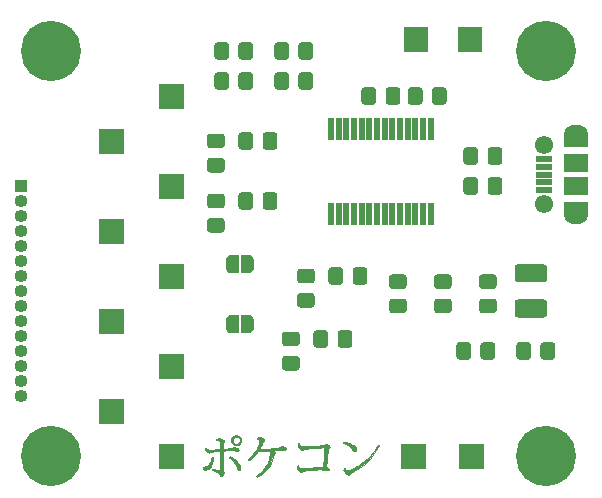
<source format=gbr>
%TF.GenerationSoftware,KiCad,Pcbnew,(5.1.6)-1*%
%TF.CreationDate,2020-08-24T13:49:57+03:00*%
%TF.ProjectId,PC1600SIO,50433136-3030-4534-994f-2e6b69636164,rev?*%
%TF.SameCoordinates,Original*%
%TF.FileFunction,Soldermask,Top*%
%TF.FilePolarity,Negative*%
%FSLAX46Y46*%
G04 Gerber Fmt 4.6, Leading zero omitted, Abs format (unit mm)*
G04 Created by KiCad (PCBNEW (5.1.6)-1) date 2020-08-24 13:49:57*
%MOMM*%
%LPD*%
G01*
G04 APERTURE LIST*
%ADD10C,0.010000*%
%ADD11C,0.100000*%
%ADD12O,1.100000X1.100000*%
%ADD13R,1.100000X1.100000*%
%ADD14R,0.550000X1.850000*%
%ADD15R,2.000000X1.300000*%
%ADD16O,2.000000X1.300000*%
%ADD17R,2.000000X1.600000*%
%ADD18C,1.550000*%
%ADD19R,1.450000X0.500000*%
%ADD20C,5.100000*%
G04 APERTURE END LIST*
D10*
%TO.C,G\u002A\u002A\u002A*%
G36*
X112281027Y-146828998D02*
G01*
X112368785Y-146852516D01*
X112448012Y-146893533D01*
X112516763Y-146950471D01*
X112573090Y-147021747D01*
X112615048Y-147105781D01*
X112639085Y-147191926D01*
X112643988Y-147273425D01*
X112630568Y-147356984D01*
X112600761Y-147438508D01*
X112556505Y-147513902D01*
X112499737Y-147579069D01*
X112432394Y-147629916D01*
X112431727Y-147630306D01*
X112349899Y-147666498D01*
X112260096Y-147685773D01*
X112167825Y-147687540D01*
X112078596Y-147671209D01*
X112071249Y-147668942D01*
X111986721Y-147631510D01*
X111913469Y-147578219D01*
X111853342Y-147511772D01*
X111808190Y-147434871D01*
X111779864Y-147350220D01*
X111770213Y-147260521D01*
X111770510Y-147253069D01*
X111906111Y-147253069D01*
X111910799Y-147321400D01*
X111926399Y-147377778D01*
X111955217Y-147429600D01*
X111965528Y-147443724D01*
X112017377Y-147495047D01*
X112081117Y-147531791D01*
X112152388Y-147552957D01*
X112226833Y-147557544D01*
X112300091Y-147544551D01*
X112338708Y-147529353D01*
X112403801Y-147487462D01*
X112453297Y-147434230D01*
X112487203Y-147372630D01*
X112505527Y-147305635D01*
X112508277Y-147236219D01*
X112495461Y-147167353D01*
X112467086Y-147102012D01*
X112423160Y-147043168D01*
X112363691Y-146993793D01*
X112337280Y-146978271D01*
X112287838Y-146961088D01*
X112227646Y-146953380D01*
X112164890Y-146955146D01*
X112107754Y-146966386D01*
X112078456Y-146978264D01*
X112007565Y-147025226D01*
X111955713Y-147081171D01*
X111922428Y-147146851D01*
X111907240Y-147223018D01*
X111906111Y-147253069D01*
X111770510Y-147253069D01*
X111771400Y-147230812D01*
X111782824Y-147149739D01*
X111805309Y-147081450D01*
X111841791Y-147019597D01*
X111895205Y-146957832D01*
X111899812Y-146953189D01*
X111960581Y-146899069D01*
X112020134Y-146861811D01*
X112084861Y-146838552D01*
X112161151Y-146826425D01*
X112186686Y-146824562D01*
X112281027Y-146828998D01*
G37*
X112281027Y-146828998D02*
X112368785Y-146852516D01*
X112448012Y-146893533D01*
X112516763Y-146950471D01*
X112573090Y-147021747D01*
X112615048Y-147105781D01*
X112639085Y-147191926D01*
X112643988Y-147273425D01*
X112630568Y-147356984D01*
X112600761Y-147438508D01*
X112556505Y-147513902D01*
X112499737Y-147579069D01*
X112432394Y-147629916D01*
X112431727Y-147630306D01*
X112349899Y-147666498D01*
X112260096Y-147685773D01*
X112167825Y-147687540D01*
X112078596Y-147671209D01*
X112071249Y-147668942D01*
X111986721Y-147631510D01*
X111913469Y-147578219D01*
X111853342Y-147511772D01*
X111808190Y-147434871D01*
X111779864Y-147350220D01*
X111770213Y-147260521D01*
X111770510Y-147253069D01*
X111906111Y-147253069D01*
X111910799Y-147321400D01*
X111926399Y-147377778D01*
X111955217Y-147429600D01*
X111965528Y-147443724D01*
X112017377Y-147495047D01*
X112081117Y-147531791D01*
X112152388Y-147552957D01*
X112226833Y-147557544D01*
X112300091Y-147544551D01*
X112338708Y-147529353D01*
X112403801Y-147487462D01*
X112453297Y-147434230D01*
X112487203Y-147372630D01*
X112505527Y-147305635D01*
X112508277Y-147236219D01*
X112495461Y-147167353D01*
X112467086Y-147102012D01*
X112423160Y-147043168D01*
X112363691Y-146993793D01*
X112337280Y-146978271D01*
X112287838Y-146961088D01*
X112227646Y-146953380D01*
X112164890Y-146955146D01*
X112107754Y-146966386D01*
X112078456Y-146978264D01*
X112007565Y-147025226D01*
X111955713Y-147081171D01*
X111922428Y-147146851D01*
X111907240Y-147223018D01*
X111906111Y-147253069D01*
X111770510Y-147253069D01*
X111771400Y-147230812D01*
X111782824Y-147149739D01*
X111805309Y-147081450D01*
X111841791Y-147019597D01*
X111895205Y-146957832D01*
X111899812Y-146953189D01*
X111960581Y-146899069D01*
X112020134Y-146861811D01*
X112084861Y-146838552D01*
X112161151Y-146826425D01*
X112186686Y-146824562D01*
X112281027Y-146828998D01*
G36*
X121363605Y-147399577D02*
G01*
X121390437Y-147404260D01*
X121537744Y-147435409D01*
X121680113Y-147474622D01*
X121815103Y-147520821D01*
X121940273Y-147572923D01*
X122053184Y-147629850D01*
X122151395Y-147690521D01*
X122232465Y-147753855D01*
X122274566Y-147795663D01*
X122321479Y-147854314D01*
X122351756Y-147909405D01*
X122367811Y-147966622D01*
X122372097Y-148025350D01*
X122371145Y-148067153D01*
X122367165Y-148094481D01*
X122358474Y-148113993D01*
X122345627Y-148129945D01*
X122313187Y-148156838D01*
X122274541Y-148177364D01*
X122238594Y-148187025D01*
X122232149Y-148187251D01*
X122209249Y-148182814D01*
X122181517Y-148172961D01*
X122141599Y-148150106D01*
X122099883Y-148114747D01*
X122053717Y-148064398D01*
X122017717Y-148019404D01*
X121909922Y-147895048D01*
X121784732Y-147778955D01*
X121645052Y-147673359D01*
X121493787Y-147580493D01*
X121360967Y-147514435D01*
X121315743Y-147493801D01*
X121286660Y-147478842D01*
X121270331Y-147467041D01*
X121263371Y-147455879D01*
X121262393Y-147442839D01*
X121262504Y-147441204D01*
X121265973Y-147416396D01*
X121274277Y-147400851D01*
X121290957Y-147393548D01*
X121319553Y-147393464D01*
X121363605Y-147399577D01*
G37*
X121363605Y-147399577D02*
X121390437Y-147404260D01*
X121537744Y-147435409D01*
X121680113Y-147474622D01*
X121815103Y-147520821D01*
X121940273Y-147572923D01*
X122053184Y-147629850D01*
X122151395Y-147690521D01*
X122232465Y-147753855D01*
X122274566Y-147795663D01*
X122321479Y-147854314D01*
X122351756Y-147909405D01*
X122367811Y-147966622D01*
X122372097Y-148025350D01*
X122371145Y-148067153D01*
X122367165Y-148094481D01*
X122358474Y-148113993D01*
X122345627Y-148129945D01*
X122313187Y-148156838D01*
X122274541Y-148177364D01*
X122238594Y-148187025D01*
X122232149Y-148187251D01*
X122209249Y-148182814D01*
X122181517Y-148172961D01*
X122141599Y-148150106D01*
X122099883Y-148114747D01*
X122053717Y-148064398D01*
X122017717Y-148019404D01*
X121909922Y-147895048D01*
X121784732Y-147778955D01*
X121645052Y-147673359D01*
X121493787Y-147580493D01*
X121360967Y-147514435D01*
X121315743Y-147493801D01*
X121286660Y-147478842D01*
X121270331Y-147467041D01*
X121263371Y-147455879D01*
X121262393Y-147442839D01*
X121262504Y-147441204D01*
X121265973Y-147416396D01*
X121274277Y-147400851D01*
X121290957Y-147393548D01*
X121319553Y-147393464D01*
X121363605Y-147399577D01*
G36*
X111774173Y-148665250D02*
G01*
X111925979Y-148756050D01*
X112062574Y-148852154D01*
X112189909Y-148958120D01*
X112313935Y-149078507D01*
X112314516Y-149079111D01*
X112407084Y-149183840D01*
X112479076Y-149284385D01*
X112530622Y-149380990D01*
X112561850Y-149473902D01*
X112572893Y-149563365D01*
X112572915Y-149566505D01*
X112567768Y-149633889D01*
X112552426Y-149687547D01*
X112527727Y-149725219D01*
X112508826Y-149739177D01*
X112465287Y-149751983D01*
X112416144Y-149752091D01*
X112372338Y-149739581D01*
X112369683Y-149738196D01*
X112344704Y-149717940D01*
X112319197Y-149683141D01*
X112292066Y-149631921D01*
X112262213Y-149562399D01*
X112252251Y-149536881D01*
X112184227Y-149382320D01*
X112100181Y-149233156D01*
X111998001Y-149085776D01*
X111959341Y-149036166D01*
X111908250Y-148975674D01*
X111849876Y-148912047D01*
X111788457Y-148849500D01*
X111728235Y-148792244D01*
X111673450Y-148744492D01*
X111638770Y-148717658D01*
X111611761Y-148697289D01*
X111593506Y-148681497D01*
X111588478Y-148674984D01*
X111595427Y-148664236D01*
X111612998Y-148644804D01*
X111623298Y-148634520D01*
X111658117Y-148600772D01*
X111774173Y-148665250D01*
G37*
X111774173Y-148665250D02*
X111925979Y-148756050D01*
X112062574Y-148852154D01*
X112189909Y-148958120D01*
X112313935Y-149078507D01*
X112314516Y-149079111D01*
X112407084Y-149183840D01*
X112479076Y-149284385D01*
X112530622Y-149380990D01*
X112561850Y-149473902D01*
X112572893Y-149563365D01*
X112572915Y-149566505D01*
X112567768Y-149633889D01*
X112552426Y-149687547D01*
X112527727Y-149725219D01*
X112508826Y-149739177D01*
X112465287Y-149751983D01*
X112416144Y-149752091D01*
X112372338Y-149739581D01*
X112369683Y-149738196D01*
X112344704Y-149717940D01*
X112319197Y-149683141D01*
X112292066Y-149631921D01*
X112262213Y-149562399D01*
X112252251Y-149536881D01*
X112184227Y-149382320D01*
X112100181Y-149233156D01*
X111998001Y-149085776D01*
X111959341Y-149036166D01*
X111908250Y-148975674D01*
X111849876Y-148912047D01*
X111788457Y-148849500D01*
X111728235Y-148792244D01*
X111673450Y-148744492D01*
X111638770Y-148717658D01*
X111611761Y-148697289D01*
X111593506Y-148681497D01*
X111588478Y-148674984D01*
X111595427Y-148664236D01*
X111612998Y-148644804D01*
X111623298Y-148634520D01*
X111658117Y-148600772D01*
X111774173Y-148665250D01*
G36*
X110233247Y-148794092D02*
G01*
X110225810Y-148959848D01*
X110203348Y-149110968D01*
X110165631Y-149247963D01*
X110112431Y-149371346D01*
X110043519Y-149481628D01*
X109958665Y-149579320D01*
X109857643Y-149664935D01*
X109837417Y-149679314D01*
X109764803Y-149721612D01*
X109688345Y-149752022D01*
X109612632Y-149769417D01*
X109542251Y-149772671D01*
X109492105Y-149764107D01*
X109458443Y-149748728D01*
X109426849Y-149726428D01*
X109424968Y-149724702D01*
X109406807Y-149704988D01*
X109398985Y-149685480D01*
X109398688Y-149657170D01*
X109399786Y-149644110D01*
X109411350Y-149598147D01*
X109437894Y-149561750D01*
X109481669Y-149532525D01*
X109519801Y-149516467D01*
X109649579Y-149461335D01*
X109761730Y-149395545D01*
X109857606Y-149317836D01*
X109938555Y-149226948D01*
X110005927Y-149121622D01*
X110054584Y-149017168D01*
X110072140Y-148967695D01*
X110089460Y-148909183D01*
X110105075Y-148847757D01*
X110117516Y-148789540D01*
X110125314Y-148740654D01*
X110127231Y-148714406D01*
X110128720Y-148697155D01*
X110136613Y-148688551D01*
X110156374Y-148685599D01*
X110180308Y-148685290D01*
X110233247Y-148685290D01*
X110233247Y-148794092D01*
G37*
X110233247Y-148794092D02*
X110225810Y-148959848D01*
X110203348Y-149110968D01*
X110165631Y-149247963D01*
X110112431Y-149371346D01*
X110043519Y-149481628D01*
X109958665Y-149579320D01*
X109857643Y-149664935D01*
X109837417Y-149679314D01*
X109764803Y-149721612D01*
X109688345Y-149752022D01*
X109612632Y-149769417D01*
X109542251Y-149772671D01*
X109492105Y-149764107D01*
X109458443Y-149748728D01*
X109426849Y-149726428D01*
X109424968Y-149724702D01*
X109406807Y-149704988D01*
X109398985Y-149685480D01*
X109398688Y-149657170D01*
X109399786Y-149644110D01*
X109411350Y-149598147D01*
X109437894Y-149561750D01*
X109481669Y-149532525D01*
X109519801Y-149516467D01*
X109649579Y-149461335D01*
X109761730Y-149395545D01*
X109857606Y-149317836D01*
X109938555Y-149226948D01*
X110005927Y-149121622D01*
X110054584Y-149017168D01*
X110072140Y-148967695D01*
X110089460Y-148909183D01*
X110105075Y-148847757D01*
X110117516Y-148789540D01*
X110125314Y-148740654D01*
X110127231Y-148714406D01*
X110128720Y-148697155D01*
X110136613Y-148688551D01*
X110156374Y-148685599D01*
X110180308Y-148685290D01*
X110233247Y-148685290D01*
X110233247Y-148794092D01*
G36*
X117493539Y-147529440D02*
G01*
X117506333Y-147550749D01*
X117506861Y-147551997D01*
X117525681Y-147581935D01*
X117557371Y-147617322D01*
X117596459Y-147653023D01*
X117637475Y-147683901D01*
X117664355Y-147699870D01*
X117695989Y-147715128D01*
X117726583Y-147727363D01*
X117758816Y-147736843D01*
X117795366Y-147743834D01*
X117838910Y-147748604D01*
X117892127Y-147751421D01*
X117957695Y-147752552D01*
X118038291Y-147752263D01*
X118136593Y-147750824D01*
X118168762Y-147750229D01*
X118392593Y-147744341D01*
X118630828Y-147735057D01*
X118877025Y-147722699D01*
X119124741Y-147707589D01*
X119360736Y-147690582D01*
X119447515Y-147683534D01*
X119516231Y-147676981D01*
X119569962Y-147670171D01*
X119611784Y-147662349D01*
X119644773Y-147652765D01*
X119672005Y-147640665D01*
X119696559Y-147625296D01*
X119721509Y-147605907D01*
X119727568Y-147600850D01*
X119766183Y-147572514D01*
X119799483Y-147560272D01*
X119834599Y-147563088D01*
X119876937Y-147579133D01*
X119929466Y-147607046D01*
X119982553Y-147641994D01*
X120032968Y-147681069D01*
X120077481Y-147721368D01*
X120112864Y-147759984D01*
X120135888Y-147794013D01*
X120143376Y-147818839D01*
X120133239Y-147853806D01*
X120104599Y-147884964D01*
X120065472Y-147907145D01*
X120026611Y-147929778D01*
X120001234Y-147962056D01*
X119985330Y-148007674D01*
X119981951Y-148028171D01*
X119976947Y-148067318D01*
X119970578Y-148122675D01*
X119963106Y-148191799D01*
X119954789Y-148272250D01*
X119945887Y-148361588D01*
X119936662Y-148457370D01*
X119931175Y-148515886D01*
X119917584Y-148661453D01*
X119905564Y-148788134D01*
X119894881Y-148898142D01*
X119885298Y-148993687D01*
X119876582Y-149076984D01*
X119868496Y-149150243D01*
X119860806Y-149215677D01*
X119853277Y-149275499D01*
X119845673Y-149331920D01*
X119840764Y-149366542D01*
X119834370Y-149413124D01*
X119829769Y-149451201D01*
X119827449Y-149476391D01*
X119827615Y-149484380D01*
X119838162Y-149490377D01*
X119862045Y-149502851D01*
X119887579Y-149515816D01*
X119943415Y-149549397D01*
X119991827Y-149589018D01*
X120028568Y-149630619D01*
X120049390Y-149670135D01*
X120049590Y-149670792D01*
X120055174Y-149710740D01*
X120043842Y-149740605D01*
X120014382Y-149761977D01*
X119969651Y-149775626D01*
X119944653Y-149780309D01*
X119921896Y-149782693D01*
X119897277Y-149782395D01*
X119866690Y-149779032D01*
X119826033Y-149772222D01*
X119771200Y-149761583D01*
X119730454Y-149753337D01*
X119647786Y-149740529D01*
X119546016Y-149731651D01*
X119426846Y-149726693D01*
X119291980Y-149725644D01*
X119143120Y-149728491D01*
X118981970Y-149735223D01*
X118810232Y-149745829D01*
X118629610Y-149760297D01*
X118624035Y-149760794D01*
X118446238Y-149778101D01*
X118289399Y-149796360D01*
X118153551Y-149815566D01*
X118038730Y-149835712D01*
X117944972Y-149856793D01*
X117872313Y-149878802D01*
X117837867Y-149892915D01*
X117765790Y-149918214D01*
X117697864Y-149923550D01*
X117631387Y-149908995D01*
X117607611Y-149899051D01*
X117546767Y-149862373D01*
X117487180Y-149811852D01*
X117432979Y-149752299D01*
X117388293Y-149688529D01*
X117357250Y-149625353D01*
X117348490Y-149596995D01*
X117341784Y-149559985D01*
X117342762Y-149527821D01*
X117351866Y-149488756D01*
X117352678Y-149485943D01*
X117366607Y-149449204D01*
X117385485Y-149413424D01*
X117405870Y-149383902D01*
X117424318Y-149365940D01*
X117432612Y-149362906D01*
X117441289Y-149371666D01*
X117455491Y-149394477D01*
X117469915Y-149421972D01*
X117512248Y-149491042D01*
X117564545Y-149543317D01*
X117629352Y-149580631D01*
X117709214Y-149604817D01*
X117728975Y-149608545D01*
X117744953Y-149610797D01*
X117764268Y-149612439D01*
X117788380Y-149613414D01*
X117818750Y-149613661D01*
X117856837Y-149613122D01*
X117904103Y-149611739D01*
X117962006Y-149609452D01*
X118032008Y-149606202D01*
X118115569Y-149601932D01*
X118214149Y-149596581D01*
X118329208Y-149590092D01*
X118462206Y-149582406D01*
X118614604Y-149573462D01*
X118645463Y-149571641D01*
X118814934Y-149561520D01*
X118964066Y-149552376D01*
X119093670Y-149544150D01*
X119204556Y-149536782D01*
X119297536Y-149530212D01*
X119373421Y-149524380D01*
X119433021Y-149519226D01*
X119477148Y-149514691D01*
X119506613Y-149510714D01*
X119522226Y-149507236D01*
X119523049Y-149506917D01*
X119552292Y-149488077D01*
X119564986Y-149461824D01*
X119570199Y-149428656D01*
X119576479Y-149376651D01*
X119583644Y-149308108D01*
X119591515Y-149225328D01*
X119599912Y-149130611D01*
X119608653Y-149026260D01*
X119617560Y-148914573D01*
X119626450Y-148797852D01*
X119635144Y-148678397D01*
X119643462Y-148558509D01*
X119651223Y-148440489D01*
X119658247Y-148326637D01*
X119664353Y-148219254D01*
X119668130Y-148146228D01*
X119680837Y-147887741D01*
X119655810Y-147867475D01*
X119641260Y-147857814D01*
X119623756Y-147852426D01*
X119598065Y-147850707D01*
X119558952Y-147852054D01*
X119535038Y-147853534D01*
X119312682Y-147868509D01*
X119110485Y-147882755D01*
X118927444Y-147896379D01*
X118762560Y-147909488D01*
X118614830Y-147922186D01*
X118483254Y-147934580D01*
X118366831Y-147946776D01*
X118264559Y-147958880D01*
X118175437Y-147970998D01*
X118098466Y-147983237D01*
X118032642Y-147995701D01*
X117976966Y-148008498D01*
X117930436Y-148021733D01*
X117922439Y-148024342D01*
X117874614Y-148039407D01*
X117831389Y-148051414D01*
X117798415Y-148058881D01*
X117784230Y-148060613D01*
X117739470Y-148051648D01*
X117688403Y-148026867D01*
X117634093Y-147989445D01*
X117579607Y-147942554D01*
X117528009Y-147889366D01*
X117482365Y-147833056D01*
X117445741Y-147776795D01*
X117421203Y-147723757D01*
X117411814Y-147677115D01*
X117411797Y-147675116D01*
X117416228Y-147629593D01*
X117427898Y-147586528D01*
X117444621Y-147550811D01*
X117464208Y-147527331D01*
X117480915Y-147520638D01*
X117493539Y-147529440D01*
G37*
X117493539Y-147529440D02*
X117506333Y-147550749D01*
X117506861Y-147551997D01*
X117525681Y-147581935D01*
X117557371Y-147617322D01*
X117596459Y-147653023D01*
X117637475Y-147683901D01*
X117664355Y-147699870D01*
X117695989Y-147715128D01*
X117726583Y-147727363D01*
X117758816Y-147736843D01*
X117795366Y-147743834D01*
X117838910Y-147748604D01*
X117892127Y-147751421D01*
X117957695Y-147752552D01*
X118038291Y-147752263D01*
X118136593Y-147750824D01*
X118168762Y-147750229D01*
X118392593Y-147744341D01*
X118630828Y-147735057D01*
X118877025Y-147722699D01*
X119124741Y-147707589D01*
X119360736Y-147690582D01*
X119447515Y-147683534D01*
X119516231Y-147676981D01*
X119569962Y-147670171D01*
X119611784Y-147662349D01*
X119644773Y-147652765D01*
X119672005Y-147640665D01*
X119696559Y-147625296D01*
X119721509Y-147605907D01*
X119727568Y-147600850D01*
X119766183Y-147572514D01*
X119799483Y-147560272D01*
X119834599Y-147563088D01*
X119876937Y-147579133D01*
X119929466Y-147607046D01*
X119982553Y-147641994D01*
X120032968Y-147681069D01*
X120077481Y-147721368D01*
X120112864Y-147759984D01*
X120135888Y-147794013D01*
X120143376Y-147818839D01*
X120133239Y-147853806D01*
X120104599Y-147884964D01*
X120065472Y-147907145D01*
X120026611Y-147929778D01*
X120001234Y-147962056D01*
X119985330Y-148007674D01*
X119981951Y-148028171D01*
X119976947Y-148067318D01*
X119970578Y-148122675D01*
X119963106Y-148191799D01*
X119954789Y-148272250D01*
X119945887Y-148361588D01*
X119936662Y-148457370D01*
X119931175Y-148515886D01*
X119917584Y-148661453D01*
X119905564Y-148788134D01*
X119894881Y-148898142D01*
X119885298Y-148993687D01*
X119876582Y-149076984D01*
X119868496Y-149150243D01*
X119860806Y-149215677D01*
X119853277Y-149275499D01*
X119845673Y-149331920D01*
X119840764Y-149366542D01*
X119834370Y-149413124D01*
X119829769Y-149451201D01*
X119827449Y-149476391D01*
X119827615Y-149484380D01*
X119838162Y-149490377D01*
X119862045Y-149502851D01*
X119887579Y-149515816D01*
X119943415Y-149549397D01*
X119991827Y-149589018D01*
X120028568Y-149630619D01*
X120049390Y-149670135D01*
X120049590Y-149670792D01*
X120055174Y-149710740D01*
X120043842Y-149740605D01*
X120014382Y-149761977D01*
X119969651Y-149775626D01*
X119944653Y-149780309D01*
X119921896Y-149782693D01*
X119897277Y-149782395D01*
X119866690Y-149779032D01*
X119826033Y-149772222D01*
X119771200Y-149761583D01*
X119730454Y-149753337D01*
X119647786Y-149740529D01*
X119546016Y-149731651D01*
X119426846Y-149726693D01*
X119291980Y-149725644D01*
X119143120Y-149728491D01*
X118981970Y-149735223D01*
X118810232Y-149745829D01*
X118629610Y-149760297D01*
X118624035Y-149760794D01*
X118446238Y-149778101D01*
X118289399Y-149796360D01*
X118153551Y-149815566D01*
X118038730Y-149835712D01*
X117944972Y-149856793D01*
X117872313Y-149878802D01*
X117837867Y-149892915D01*
X117765790Y-149918214D01*
X117697864Y-149923550D01*
X117631387Y-149908995D01*
X117607611Y-149899051D01*
X117546767Y-149862373D01*
X117487180Y-149811852D01*
X117432979Y-149752299D01*
X117388293Y-149688529D01*
X117357250Y-149625353D01*
X117348490Y-149596995D01*
X117341784Y-149559985D01*
X117342762Y-149527821D01*
X117351866Y-149488756D01*
X117352678Y-149485943D01*
X117366607Y-149449204D01*
X117385485Y-149413424D01*
X117405870Y-149383902D01*
X117424318Y-149365940D01*
X117432612Y-149362906D01*
X117441289Y-149371666D01*
X117455491Y-149394477D01*
X117469915Y-149421972D01*
X117512248Y-149491042D01*
X117564545Y-149543317D01*
X117629352Y-149580631D01*
X117709214Y-149604817D01*
X117728975Y-149608545D01*
X117744953Y-149610797D01*
X117764268Y-149612439D01*
X117788380Y-149613414D01*
X117818750Y-149613661D01*
X117856837Y-149613122D01*
X117904103Y-149611739D01*
X117962006Y-149609452D01*
X118032008Y-149606202D01*
X118115569Y-149601932D01*
X118214149Y-149596581D01*
X118329208Y-149590092D01*
X118462206Y-149582406D01*
X118614604Y-149573462D01*
X118645463Y-149571641D01*
X118814934Y-149561520D01*
X118964066Y-149552376D01*
X119093670Y-149544150D01*
X119204556Y-149536782D01*
X119297536Y-149530212D01*
X119373421Y-149524380D01*
X119433021Y-149519226D01*
X119477148Y-149514691D01*
X119506613Y-149510714D01*
X119522226Y-149507236D01*
X119523049Y-149506917D01*
X119552292Y-149488077D01*
X119564986Y-149461824D01*
X119570199Y-149428656D01*
X119576479Y-149376651D01*
X119583644Y-149308108D01*
X119591515Y-149225328D01*
X119599912Y-149130611D01*
X119608653Y-149026260D01*
X119617560Y-148914573D01*
X119626450Y-148797852D01*
X119635144Y-148678397D01*
X119643462Y-148558509D01*
X119651223Y-148440489D01*
X119658247Y-148326637D01*
X119664353Y-148219254D01*
X119668130Y-148146228D01*
X119680837Y-147887741D01*
X119655810Y-147867475D01*
X119641260Y-147857814D01*
X119623756Y-147852426D01*
X119598065Y-147850707D01*
X119558952Y-147852054D01*
X119535038Y-147853534D01*
X119312682Y-147868509D01*
X119110485Y-147882755D01*
X118927444Y-147896379D01*
X118762560Y-147909488D01*
X118614830Y-147922186D01*
X118483254Y-147934580D01*
X118366831Y-147946776D01*
X118264559Y-147958880D01*
X118175437Y-147970998D01*
X118098466Y-147983237D01*
X118032642Y-147995701D01*
X117976966Y-148008498D01*
X117930436Y-148021733D01*
X117922439Y-148024342D01*
X117874614Y-148039407D01*
X117831389Y-148051414D01*
X117798415Y-148058881D01*
X117784230Y-148060613D01*
X117739470Y-148051648D01*
X117688403Y-148026867D01*
X117634093Y-147989445D01*
X117579607Y-147942554D01*
X117528009Y-147889366D01*
X117482365Y-147833056D01*
X117445741Y-147776795D01*
X117421203Y-147723757D01*
X117411814Y-147677115D01*
X117411797Y-147675116D01*
X117416228Y-147629593D01*
X117427898Y-147586528D01*
X117444621Y-147550811D01*
X117464208Y-147527331D01*
X117480915Y-147520638D01*
X117493539Y-147529440D01*
G36*
X124259995Y-147654198D02*
G01*
X124285710Y-147670559D01*
X124301722Y-147682721D01*
X124304360Y-147686160D01*
X124299860Y-147697027D01*
X124287431Y-147723468D01*
X124268683Y-147762147D01*
X124245225Y-147809731D01*
X124229279Y-147841729D01*
X124083891Y-148108777D01*
X123920679Y-148364614D01*
X123739992Y-148608900D01*
X123542177Y-148841296D01*
X123327581Y-149061464D01*
X123096551Y-149269064D01*
X122849436Y-149463758D01*
X122586583Y-149645206D01*
X122308339Y-149813070D01*
X122086257Y-149931625D01*
X122014697Y-149968529D01*
X121958928Y-149999177D01*
X121915349Y-150025808D01*
X121880354Y-150050665D01*
X121850340Y-150075989D01*
X121842738Y-150083088D01*
X121799176Y-150122988D01*
X121765452Y-150148928D01*
X121737290Y-150162734D01*
X121710414Y-150166231D01*
X121680546Y-150161242D01*
X121668012Y-150157652D01*
X121602037Y-150129630D01*
X121532015Y-150085847D01*
X121463139Y-150029597D01*
X121456988Y-150023860D01*
X121386610Y-149949306D01*
X121335798Y-149877183D01*
X121304707Y-149808090D01*
X121293496Y-149742626D01*
X121302320Y-149681389D01*
X121331338Y-149624979D01*
X121347306Y-149605360D01*
X121385445Y-149563145D01*
X121415685Y-149626151D01*
X121457698Y-149693962D01*
X121509590Y-149743613D01*
X121570598Y-149774574D01*
X121639958Y-149786318D01*
X121647258Y-149786415D01*
X121700582Y-149780314D01*
X121769000Y-149762646D01*
X121850524Y-149734360D01*
X121943169Y-149696408D01*
X122044949Y-149649741D01*
X122153879Y-149595309D01*
X122267971Y-149534064D01*
X122385240Y-149466956D01*
X122503701Y-149394936D01*
X122615615Y-149322779D01*
X122783340Y-149206795D01*
X122943249Y-149086252D01*
X123099487Y-148957714D01*
X123256198Y-148817747D01*
X123417525Y-148662913D01*
X123447417Y-148633156D01*
X123592907Y-148483022D01*
X123722739Y-148338899D01*
X123839973Y-148196900D01*
X123947670Y-148053138D01*
X124048891Y-147903726D01*
X124145835Y-147746241D01*
X124215630Y-147627742D01*
X124259995Y-147654198D01*
G37*
X124259995Y-147654198D02*
X124285710Y-147670559D01*
X124301722Y-147682721D01*
X124304360Y-147686160D01*
X124299860Y-147697027D01*
X124287431Y-147723468D01*
X124268683Y-147762147D01*
X124245225Y-147809731D01*
X124229279Y-147841729D01*
X124083891Y-148108777D01*
X123920679Y-148364614D01*
X123739992Y-148608900D01*
X123542177Y-148841296D01*
X123327581Y-149061464D01*
X123096551Y-149269064D01*
X122849436Y-149463758D01*
X122586583Y-149645206D01*
X122308339Y-149813070D01*
X122086257Y-149931625D01*
X122014697Y-149968529D01*
X121958928Y-149999177D01*
X121915349Y-150025808D01*
X121880354Y-150050665D01*
X121850340Y-150075989D01*
X121842738Y-150083088D01*
X121799176Y-150122988D01*
X121765452Y-150148928D01*
X121737290Y-150162734D01*
X121710414Y-150166231D01*
X121680546Y-150161242D01*
X121668012Y-150157652D01*
X121602037Y-150129630D01*
X121532015Y-150085847D01*
X121463139Y-150029597D01*
X121456988Y-150023860D01*
X121386610Y-149949306D01*
X121335798Y-149877183D01*
X121304707Y-149808090D01*
X121293496Y-149742626D01*
X121302320Y-149681389D01*
X121331338Y-149624979D01*
X121347306Y-149605360D01*
X121385445Y-149563145D01*
X121415685Y-149626151D01*
X121457698Y-149693962D01*
X121509590Y-149743613D01*
X121570598Y-149774574D01*
X121639958Y-149786318D01*
X121647258Y-149786415D01*
X121700582Y-149780314D01*
X121769000Y-149762646D01*
X121850524Y-149734360D01*
X121943169Y-149696408D01*
X122044949Y-149649741D01*
X122153879Y-149595309D01*
X122267971Y-149534064D01*
X122385240Y-149466956D01*
X122503701Y-149394936D01*
X122615615Y-149322779D01*
X122783340Y-149206795D01*
X122943249Y-149086252D01*
X123099487Y-148957714D01*
X123256198Y-148817747D01*
X123417525Y-148662913D01*
X123447417Y-148633156D01*
X123592907Y-148483022D01*
X123722739Y-148338899D01*
X123839973Y-148196900D01*
X123947670Y-148053138D01*
X124048891Y-147903726D01*
X124145835Y-147746241D01*
X124215630Y-147627742D01*
X124259995Y-147654198D01*
G36*
X110824239Y-147101249D02*
G01*
X110902909Y-147116883D01*
X110979897Y-147140883D01*
X111050518Y-147172204D01*
X111110086Y-147209800D01*
X111131462Y-147227942D01*
X111170288Y-147270532D01*
X111190912Y-147310498D01*
X111193902Y-147352238D01*
X111179828Y-147400147D01*
X111159103Y-147441549D01*
X111121474Y-147508836D01*
X111109921Y-147742601D01*
X111106749Y-147810595D01*
X111104284Y-147871110D01*
X111102623Y-147921078D01*
X111101860Y-147957431D01*
X111102092Y-147977102D01*
X111102552Y-147979699D01*
X111114271Y-147980168D01*
X111143764Y-147978996D01*
X111187714Y-147976441D01*
X111242804Y-147972763D01*
X111305718Y-147968219D01*
X111373138Y-147963069D01*
X111441749Y-147957570D01*
X111508233Y-147951983D01*
X111569274Y-147946564D01*
X111621555Y-147941574D01*
X111661761Y-147937270D01*
X111683768Y-147934375D01*
X111766649Y-147918075D01*
X111831424Y-147897759D01*
X111880956Y-147872385D01*
X111905378Y-147853554D01*
X111929151Y-147834271D01*
X111952047Y-147822701D01*
X111978540Y-147818603D01*
X112013104Y-147821734D01*
X112060213Y-147831853D01*
X112102696Y-147842868D01*
X112193770Y-147870979D01*
X112270676Y-147902260D01*
X112332501Y-147935784D01*
X112378334Y-147970624D01*
X112407262Y-148005851D01*
X112418373Y-148040540D01*
X112410755Y-148073762D01*
X112383496Y-148104591D01*
X112369691Y-148114300D01*
X112353492Y-148123487D01*
X112336509Y-148129392D01*
X112314280Y-148132435D01*
X112282342Y-148133041D01*
X112236232Y-148131631D01*
X112202568Y-148130119D01*
X112134608Y-148126536D01*
X112058053Y-148121908D01*
X111984153Y-148116938D01*
X111943168Y-148113881D01*
X111897849Y-148111653D01*
X111835292Y-148110485D01*
X111759404Y-148110293D01*
X111674092Y-148110991D01*
X111583262Y-148112495D01*
X111490821Y-148114722D01*
X111400676Y-148117585D01*
X111316733Y-148121002D01*
X111242899Y-148124887D01*
X111183081Y-148129156D01*
X111166745Y-148130668D01*
X111099701Y-148137380D01*
X111104670Y-148922194D01*
X111105705Y-149075785D01*
X111106760Y-149209727D01*
X111107872Y-149325544D01*
X111109078Y-149424762D01*
X111110416Y-149508906D01*
X111111924Y-149579502D01*
X111113640Y-149638075D01*
X111115600Y-149686151D01*
X111117843Y-149725255D01*
X111120406Y-149756913D01*
X111123326Y-149782650D01*
X111126341Y-149802297D01*
X111137993Y-149880410D01*
X111142365Y-149944383D01*
X111139385Y-149999986D01*
X111128977Y-150052991D01*
X111122871Y-150074265D01*
X111093173Y-150148381D01*
X111054585Y-150210060D01*
X111009532Y-150255739D01*
X110990840Y-150268384D01*
X110944568Y-150289479D01*
X110906264Y-150292542D01*
X110872677Y-150277498D01*
X110858812Y-150265381D01*
X110839117Y-150239264D01*
X110818647Y-150202200D01*
X110805953Y-150172738D01*
X110785373Y-150126171D01*
X110759520Y-150087245D01*
X110723843Y-150050385D01*
X110673792Y-150010018D01*
X110672116Y-150008766D01*
X110627319Y-149977917D01*
X110568269Y-149941006D01*
X110499928Y-149900871D01*
X110427260Y-149860347D01*
X110355225Y-149822271D01*
X110288788Y-149789480D01*
X110287180Y-149788724D01*
X110245201Y-149768901D01*
X110210996Y-149752558D01*
X110188690Y-149741676D01*
X110182221Y-149738271D01*
X110181393Y-149726396D01*
X110187431Y-149704360D01*
X110197286Y-149679741D01*
X110207905Y-149660118D01*
X110216239Y-149653073D01*
X110216483Y-149653160D01*
X110231983Y-149658759D01*
X110264033Y-149669562D01*
X110308986Y-149684396D01*
X110363200Y-149702085D01*
X110423030Y-149721459D01*
X110484832Y-149741343D01*
X110544961Y-149760564D01*
X110599774Y-149777949D01*
X110645627Y-149792325D01*
X110678875Y-149802518D01*
X110693814Y-149806837D01*
X110734080Y-149814411D01*
X110776418Y-149818062D01*
X110780919Y-149818119D01*
X110803535Y-149817250D01*
X110821327Y-149813016D01*
X110835015Y-149803085D01*
X110845319Y-149785121D01*
X110852960Y-149756788D01*
X110858659Y-149715753D01*
X110863136Y-149659679D01*
X110867112Y-149586233D01*
X110869658Y-149530570D01*
X110871527Y-149477418D01*
X110873110Y-149410172D01*
X110874414Y-149330969D01*
X110875446Y-149241948D01*
X110876210Y-149145246D01*
X110876714Y-149043001D01*
X110876963Y-148937350D01*
X110876963Y-148830431D01*
X110876722Y-148724383D01*
X110876243Y-148621342D01*
X110875535Y-148523446D01*
X110874602Y-148432834D01*
X110873452Y-148351642D01*
X110872090Y-148282009D01*
X110870521Y-148226073D01*
X110868753Y-148185970D01*
X110866792Y-148163839D01*
X110865744Y-148160185D01*
X110852412Y-148158153D01*
X110821050Y-148158509D01*
X110774636Y-148160965D01*
X110716145Y-148165232D01*
X110648554Y-148171023D01*
X110574839Y-148178049D01*
X110497977Y-148186022D01*
X110420945Y-148194653D01*
X110346718Y-148203655D01*
X110278273Y-148212738D01*
X110218586Y-148221616D01*
X110200246Y-148224633D01*
X110144096Y-148236689D01*
X110082669Y-148253757D01*
X110028764Y-148272259D01*
X110026195Y-148273279D01*
X109976365Y-148291492D01*
X109938167Y-148300738D01*
X109904807Y-148302485D01*
X109894589Y-148301753D01*
X109830341Y-148287594D01*
X109766576Y-148259273D01*
X109706272Y-148219720D01*
X109652403Y-148171866D01*
X109607945Y-148118641D01*
X109575874Y-148062974D01*
X109559164Y-148007797D01*
X109558256Y-147970546D01*
X109565586Y-147934601D01*
X109577291Y-147903211D01*
X109581027Y-147896656D01*
X109598618Y-147879165D01*
X109618806Y-147870595D01*
X109634891Y-147872432D01*
X109640333Y-147883503D01*
X109648277Y-147904084D01*
X109668856Y-147931421D01*
X109697195Y-147960368D01*
X109728414Y-147985775D01*
X109749580Y-147998805D01*
X109782966Y-148014445D01*
X109817625Y-148027349D01*
X109855432Y-148037574D01*
X109898261Y-148045174D01*
X109947989Y-148050208D01*
X110006489Y-148052730D01*
X110075638Y-148052796D01*
X110157310Y-148050464D01*
X110253381Y-148045788D01*
X110365725Y-148038826D01*
X110496218Y-148029632D01*
X110577349Y-148023574D01*
X110644898Y-148018299D01*
X110707685Y-148013108D01*
X110761715Y-148008354D01*
X110802990Y-148004390D01*
X110827515Y-148001568D01*
X110828808Y-148001375D01*
X110868512Y-147995225D01*
X110868285Y-147898219D01*
X110867178Y-147833056D01*
X110864359Y-147759592D01*
X110860168Y-147682716D01*
X110854945Y-147607318D01*
X110849030Y-147538288D01*
X110842763Y-147480514D01*
X110836483Y-147438886D01*
X110836309Y-147437996D01*
X110816804Y-147367515D01*
X110788297Y-147314838D01*
X110748600Y-147278215D01*
X110695528Y-147255899D01*
X110626895Y-147246138D01*
X110595567Y-147245357D01*
X110552533Y-147245112D01*
X110526799Y-147243622D01*
X110514493Y-147239750D01*
X110511740Y-147232361D01*
X110514298Y-147221534D01*
X110534123Y-147185539D01*
X110569072Y-147150109D01*
X110613631Y-147120553D01*
X110624994Y-147114991D01*
X110680597Y-147099258D01*
X110748574Y-147095026D01*
X110824239Y-147101249D01*
G37*
X110824239Y-147101249D02*
X110902909Y-147116883D01*
X110979897Y-147140883D01*
X111050518Y-147172204D01*
X111110086Y-147209800D01*
X111131462Y-147227942D01*
X111170288Y-147270532D01*
X111190912Y-147310498D01*
X111193902Y-147352238D01*
X111179828Y-147400147D01*
X111159103Y-147441549D01*
X111121474Y-147508836D01*
X111109921Y-147742601D01*
X111106749Y-147810595D01*
X111104284Y-147871110D01*
X111102623Y-147921078D01*
X111101860Y-147957431D01*
X111102092Y-147977102D01*
X111102552Y-147979699D01*
X111114271Y-147980168D01*
X111143764Y-147978996D01*
X111187714Y-147976441D01*
X111242804Y-147972763D01*
X111305718Y-147968219D01*
X111373138Y-147963069D01*
X111441749Y-147957570D01*
X111508233Y-147951983D01*
X111569274Y-147946564D01*
X111621555Y-147941574D01*
X111661761Y-147937270D01*
X111683768Y-147934375D01*
X111766649Y-147918075D01*
X111831424Y-147897759D01*
X111880956Y-147872385D01*
X111905378Y-147853554D01*
X111929151Y-147834271D01*
X111952047Y-147822701D01*
X111978540Y-147818603D01*
X112013104Y-147821734D01*
X112060213Y-147831853D01*
X112102696Y-147842868D01*
X112193770Y-147870979D01*
X112270676Y-147902260D01*
X112332501Y-147935784D01*
X112378334Y-147970624D01*
X112407262Y-148005851D01*
X112418373Y-148040540D01*
X112410755Y-148073762D01*
X112383496Y-148104591D01*
X112369691Y-148114300D01*
X112353492Y-148123487D01*
X112336509Y-148129392D01*
X112314280Y-148132435D01*
X112282342Y-148133041D01*
X112236232Y-148131631D01*
X112202568Y-148130119D01*
X112134608Y-148126536D01*
X112058053Y-148121908D01*
X111984153Y-148116938D01*
X111943168Y-148113881D01*
X111897849Y-148111653D01*
X111835292Y-148110485D01*
X111759404Y-148110293D01*
X111674092Y-148110991D01*
X111583262Y-148112495D01*
X111490821Y-148114722D01*
X111400676Y-148117585D01*
X111316733Y-148121002D01*
X111242899Y-148124887D01*
X111183081Y-148129156D01*
X111166745Y-148130668D01*
X111099701Y-148137380D01*
X111104670Y-148922194D01*
X111105705Y-149075785D01*
X111106760Y-149209727D01*
X111107872Y-149325544D01*
X111109078Y-149424762D01*
X111110416Y-149508906D01*
X111111924Y-149579502D01*
X111113640Y-149638075D01*
X111115600Y-149686151D01*
X111117843Y-149725255D01*
X111120406Y-149756913D01*
X111123326Y-149782650D01*
X111126341Y-149802297D01*
X111137993Y-149880410D01*
X111142365Y-149944383D01*
X111139385Y-149999986D01*
X111128977Y-150052991D01*
X111122871Y-150074265D01*
X111093173Y-150148381D01*
X111054585Y-150210060D01*
X111009532Y-150255739D01*
X110990840Y-150268384D01*
X110944568Y-150289479D01*
X110906264Y-150292542D01*
X110872677Y-150277498D01*
X110858812Y-150265381D01*
X110839117Y-150239264D01*
X110818647Y-150202200D01*
X110805953Y-150172738D01*
X110785373Y-150126171D01*
X110759520Y-150087245D01*
X110723843Y-150050385D01*
X110673792Y-150010018D01*
X110672116Y-150008766D01*
X110627319Y-149977917D01*
X110568269Y-149941006D01*
X110499928Y-149900871D01*
X110427260Y-149860347D01*
X110355225Y-149822271D01*
X110288788Y-149789480D01*
X110287180Y-149788724D01*
X110245201Y-149768901D01*
X110210996Y-149752558D01*
X110188690Y-149741676D01*
X110182221Y-149738271D01*
X110181393Y-149726396D01*
X110187431Y-149704360D01*
X110197286Y-149679741D01*
X110207905Y-149660118D01*
X110216239Y-149653073D01*
X110216483Y-149653160D01*
X110231983Y-149658759D01*
X110264033Y-149669562D01*
X110308986Y-149684396D01*
X110363200Y-149702085D01*
X110423030Y-149721459D01*
X110484832Y-149741343D01*
X110544961Y-149760564D01*
X110599774Y-149777949D01*
X110645627Y-149792325D01*
X110678875Y-149802518D01*
X110693814Y-149806837D01*
X110734080Y-149814411D01*
X110776418Y-149818062D01*
X110780919Y-149818119D01*
X110803535Y-149817250D01*
X110821327Y-149813016D01*
X110835015Y-149803085D01*
X110845319Y-149785121D01*
X110852960Y-149756788D01*
X110858659Y-149715753D01*
X110863136Y-149659679D01*
X110867112Y-149586233D01*
X110869658Y-149530570D01*
X110871527Y-149477418D01*
X110873110Y-149410172D01*
X110874414Y-149330969D01*
X110875446Y-149241948D01*
X110876210Y-149145246D01*
X110876714Y-149043001D01*
X110876963Y-148937350D01*
X110876963Y-148830431D01*
X110876722Y-148724383D01*
X110876243Y-148621342D01*
X110875535Y-148523446D01*
X110874602Y-148432834D01*
X110873452Y-148351642D01*
X110872090Y-148282009D01*
X110870521Y-148226073D01*
X110868753Y-148185970D01*
X110866792Y-148163839D01*
X110865744Y-148160185D01*
X110852412Y-148158153D01*
X110821050Y-148158509D01*
X110774636Y-148160965D01*
X110716145Y-148165232D01*
X110648554Y-148171023D01*
X110574839Y-148178049D01*
X110497977Y-148186022D01*
X110420945Y-148194653D01*
X110346718Y-148203655D01*
X110278273Y-148212738D01*
X110218586Y-148221616D01*
X110200246Y-148224633D01*
X110144096Y-148236689D01*
X110082669Y-148253757D01*
X110028764Y-148272259D01*
X110026195Y-148273279D01*
X109976365Y-148291492D01*
X109938167Y-148300738D01*
X109904807Y-148302485D01*
X109894589Y-148301753D01*
X109830341Y-148287594D01*
X109766576Y-148259273D01*
X109706272Y-148219720D01*
X109652403Y-148171866D01*
X109607945Y-148118641D01*
X109575874Y-148062974D01*
X109559164Y-148007797D01*
X109558256Y-147970546D01*
X109565586Y-147934601D01*
X109577291Y-147903211D01*
X109581027Y-147896656D01*
X109598618Y-147879165D01*
X109618806Y-147870595D01*
X109634891Y-147872432D01*
X109640333Y-147883503D01*
X109648277Y-147904084D01*
X109668856Y-147931421D01*
X109697195Y-147960368D01*
X109728414Y-147985775D01*
X109749580Y-147998805D01*
X109782966Y-148014445D01*
X109817625Y-148027349D01*
X109855432Y-148037574D01*
X109898261Y-148045174D01*
X109947989Y-148050208D01*
X110006489Y-148052730D01*
X110075638Y-148052796D01*
X110157310Y-148050464D01*
X110253381Y-148045788D01*
X110365725Y-148038826D01*
X110496218Y-148029632D01*
X110577349Y-148023574D01*
X110644898Y-148018299D01*
X110707685Y-148013108D01*
X110761715Y-148008354D01*
X110802990Y-148004390D01*
X110827515Y-148001568D01*
X110828808Y-148001375D01*
X110868512Y-147995225D01*
X110868285Y-147898219D01*
X110867178Y-147833056D01*
X110864359Y-147759592D01*
X110860168Y-147682716D01*
X110854945Y-147607318D01*
X110849030Y-147538288D01*
X110842763Y-147480514D01*
X110836483Y-147438886D01*
X110836309Y-147437996D01*
X110816804Y-147367515D01*
X110788297Y-147314838D01*
X110748600Y-147278215D01*
X110695528Y-147255899D01*
X110626895Y-147246138D01*
X110595567Y-147245357D01*
X110552533Y-147245112D01*
X110526799Y-147243622D01*
X110514493Y-147239750D01*
X110511740Y-147232361D01*
X110514298Y-147221534D01*
X110534123Y-147185539D01*
X110569072Y-147150109D01*
X110613631Y-147120553D01*
X110624994Y-147114991D01*
X110680597Y-147099258D01*
X110748574Y-147095026D01*
X110824239Y-147101249D01*
G36*
X114196050Y-147004313D02*
G01*
X114275866Y-147013336D01*
X114352387Y-147030661D01*
X114423140Y-147054873D01*
X114485652Y-147084556D01*
X114537450Y-147118296D01*
X114576061Y-147154677D01*
X114599011Y-147192283D01*
X114603828Y-147229700D01*
X114602433Y-147236893D01*
X114589987Y-147258497D01*
X114566060Y-147282923D01*
X114552437Y-147293424D01*
X114535081Y-147306198D01*
X114520216Y-147319857D01*
X114506264Y-147337172D01*
X114491647Y-147360916D01*
X114474787Y-147393861D01*
X114454105Y-147438779D01*
X114428023Y-147498441D01*
X114404542Y-147553188D01*
X114374166Y-147622232D01*
X114338652Y-147699780D01*
X114302253Y-147776706D01*
X114269225Y-147843881D01*
X114266821Y-147848629D01*
X114241874Y-147898356D01*
X114221064Y-147940967D01*
X114205975Y-147973129D01*
X114198188Y-147991510D01*
X114197543Y-147994507D01*
X114208785Y-147997077D01*
X114235952Y-148001153D01*
X114273912Y-148005990D01*
X114288125Y-148007648D01*
X114343987Y-148011157D01*
X114419275Y-148011345D01*
X114512516Y-148008324D01*
X114622241Y-148002208D01*
X114746979Y-147993110D01*
X114885259Y-147981144D01*
X115035612Y-147966421D01*
X115196565Y-147949057D01*
X115366650Y-147929162D01*
X115463593Y-147917179D01*
X115574469Y-147902345D01*
X115667204Y-147887793D01*
X115744807Y-147872760D01*
X115810287Y-147856480D01*
X115866651Y-147838189D01*
X115916909Y-147817123D01*
X115964069Y-147792516D01*
X115971805Y-147788038D01*
X115999993Y-147773694D01*
X116027969Y-147765577D01*
X116060035Y-147763746D01*
X116100491Y-147768262D01*
X116153640Y-147779187D01*
X116203197Y-147791313D01*
X116287053Y-147816601D01*
X116351337Y-147845338D01*
X116397503Y-147878461D01*
X116427006Y-147916911D01*
X116437145Y-147942331D01*
X116440927Y-147971313D01*
X116430269Y-147995662D01*
X116426023Y-148001316D01*
X116411945Y-148014824D01*
X116391635Y-148025700D01*
X116362700Y-148034322D01*
X116322749Y-148041067D01*
X116269390Y-148046311D01*
X116200231Y-148050432D01*
X116112880Y-148053807D01*
X116088270Y-148054568D01*
X116025818Y-148056753D01*
X115953906Y-148059812D01*
X115875463Y-148063569D01*
X115793417Y-148067845D01*
X115710695Y-148072466D01*
X115630226Y-148077254D01*
X115554937Y-148082031D01*
X115487756Y-148086623D01*
X115431612Y-148090852D01*
X115389433Y-148094540D01*
X115364146Y-148097513D01*
X115359024Y-148098580D01*
X115356846Y-148106845D01*
X115373069Y-148123534D01*
X115385905Y-148133356D01*
X115434672Y-148178024D01*
X115463403Y-148227279D01*
X115470810Y-148255699D01*
X115471318Y-148282496D01*
X115460511Y-148306693D01*
X115445005Y-148326311D01*
X115411132Y-148371045D01*
X115388235Y-148417575D01*
X115372536Y-148474237D01*
X115368541Y-148495160D01*
X115361322Y-148531301D01*
X115350130Y-148581728D01*
X115336391Y-148640249D01*
X115321527Y-148700673D01*
X115318719Y-148711759D01*
X115251243Y-148939245D01*
X115168268Y-149152374D01*
X115069660Y-149351361D01*
X114955287Y-149536421D01*
X114825014Y-149707766D01*
X114678709Y-149865613D01*
X114516237Y-150010173D01*
X114503381Y-150020498D01*
X114456054Y-150056566D01*
X114400106Y-150096505D01*
X114338341Y-150138579D01*
X114273563Y-150181053D01*
X114208575Y-150222190D01*
X114146183Y-150260257D01*
X114089190Y-150293516D01*
X114040401Y-150320233D01*
X114002619Y-150338671D01*
X113978649Y-150347097D01*
X113975134Y-150347435D01*
X113963886Y-150339232D01*
X113947268Y-150318811D01*
X113940847Y-150309371D01*
X113926562Y-150285719D01*
X113919651Y-150271015D01*
X113919672Y-150269012D01*
X113929237Y-150262330D01*
X113952381Y-150246197D01*
X113985306Y-150223261D01*
X114013072Y-150203925D01*
X114198629Y-150062143D01*
X114368469Y-149906453D01*
X114522082Y-149737683D01*
X114658959Y-149556664D01*
X114778588Y-149364223D01*
X114880461Y-149161190D01*
X114964065Y-148948394D01*
X115028892Y-148726663D01*
X115074430Y-148496826D01*
X115077782Y-148474276D01*
X115088601Y-148381893D01*
X115091399Y-148307243D01*
X115085805Y-148248316D01*
X115071453Y-148203101D01*
X115047973Y-148169588D01*
X115017887Y-148147305D01*
X114995330Y-148140902D01*
X114956758Y-148137930D01*
X114901281Y-148138426D01*
X114828010Y-148142432D01*
X114736052Y-148149986D01*
X114624518Y-148161127D01*
X114568929Y-148167185D01*
X114478055Y-148176603D01*
X114404706Y-148182308D01*
X114345529Y-148184123D01*
X114297171Y-148181870D01*
X114256277Y-148175371D01*
X114219495Y-148164449D01*
X114183471Y-148148925D01*
X114178534Y-148146492D01*
X114113656Y-148114133D01*
X114092480Y-148142819D01*
X113980343Y-148288675D01*
X113865425Y-148426641D01*
X113750737Y-148553315D01*
X113639290Y-148665297D01*
X113587783Y-148712874D01*
X113531863Y-148761995D01*
X113475990Y-148809386D01*
X113422731Y-148853029D01*
X113374658Y-148890905D01*
X113334340Y-148920996D01*
X113304345Y-148941283D01*
X113287244Y-148949747D01*
X113286106Y-148949873D01*
X113271968Y-148942468D01*
X113252122Y-148923931D01*
X113246665Y-148917721D01*
X113219519Y-148885459D01*
X113333976Y-148771002D01*
X113509758Y-148582157D01*
X113669582Y-148383522D01*
X113811956Y-148177152D01*
X113935390Y-147965104D01*
X113975816Y-147885915D01*
X114027903Y-147774770D01*
X114073271Y-147667574D01*
X114111392Y-147566228D01*
X114141739Y-147472631D01*
X114163782Y-147388683D01*
X114176995Y-147316285D01*
X114180848Y-147257335D01*
X114174814Y-147213733D01*
X114167268Y-147197255D01*
X114137001Y-147167822D01*
X114092147Y-147145086D01*
X114038895Y-147131646D01*
X114005131Y-147129124D01*
X113969200Y-147126728D01*
X113952350Y-147118723D01*
X113954142Y-147103313D01*
X113974140Y-147078701D01*
X113989250Y-147063871D01*
X114024097Y-147034550D01*
X114058232Y-147015676D01*
X114097353Y-147005610D01*
X114147156Y-147002711D01*
X114196050Y-147004313D01*
G37*
X114196050Y-147004313D02*
X114275866Y-147013336D01*
X114352387Y-147030661D01*
X114423140Y-147054873D01*
X114485652Y-147084556D01*
X114537450Y-147118296D01*
X114576061Y-147154677D01*
X114599011Y-147192283D01*
X114603828Y-147229700D01*
X114602433Y-147236893D01*
X114589987Y-147258497D01*
X114566060Y-147282923D01*
X114552437Y-147293424D01*
X114535081Y-147306198D01*
X114520216Y-147319857D01*
X114506264Y-147337172D01*
X114491647Y-147360916D01*
X114474787Y-147393861D01*
X114454105Y-147438779D01*
X114428023Y-147498441D01*
X114404542Y-147553188D01*
X114374166Y-147622232D01*
X114338652Y-147699780D01*
X114302253Y-147776706D01*
X114269225Y-147843881D01*
X114266821Y-147848629D01*
X114241874Y-147898356D01*
X114221064Y-147940967D01*
X114205975Y-147973129D01*
X114198188Y-147991510D01*
X114197543Y-147994507D01*
X114208785Y-147997077D01*
X114235952Y-148001153D01*
X114273912Y-148005990D01*
X114288125Y-148007648D01*
X114343987Y-148011157D01*
X114419275Y-148011345D01*
X114512516Y-148008324D01*
X114622241Y-148002208D01*
X114746979Y-147993110D01*
X114885259Y-147981144D01*
X115035612Y-147966421D01*
X115196565Y-147949057D01*
X115366650Y-147929162D01*
X115463593Y-147917179D01*
X115574469Y-147902345D01*
X115667204Y-147887793D01*
X115744807Y-147872760D01*
X115810287Y-147856480D01*
X115866651Y-147838189D01*
X115916909Y-147817123D01*
X115964069Y-147792516D01*
X115971805Y-147788038D01*
X115999993Y-147773694D01*
X116027969Y-147765577D01*
X116060035Y-147763746D01*
X116100491Y-147768262D01*
X116153640Y-147779187D01*
X116203197Y-147791313D01*
X116287053Y-147816601D01*
X116351337Y-147845338D01*
X116397503Y-147878461D01*
X116427006Y-147916911D01*
X116437145Y-147942331D01*
X116440927Y-147971313D01*
X116430269Y-147995662D01*
X116426023Y-148001316D01*
X116411945Y-148014824D01*
X116391635Y-148025700D01*
X116362700Y-148034322D01*
X116322749Y-148041067D01*
X116269390Y-148046311D01*
X116200231Y-148050432D01*
X116112880Y-148053807D01*
X116088270Y-148054568D01*
X116025818Y-148056753D01*
X115953906Y-148059812D01*
X115875463Y-148063569D01*
X115793417Y-148067845D01*
X115710695Y-148072466D01*
X115630226Y-148077254D01*
X115554937Y-148082031D01*
X115487756Y-148086623D01*
X115431612Y-148090852D01*
X115389433Y-148094540D01*
X115364146Y-148097513D01*
X115359024Y-148098580D01*
X115356846Y-148106845D01*
X115373069Y-148123534D01*
X115385905Y-148133356D01*
X115434672Y-148178024D01*
X115463403Y-148227279D01*
X115470810Y-148255699D01*
X115471318Y-148282496D01*
X115460511Y-148306693D01*
X115445005Y-148326311D01*
X115411132Y-148371045D01*
X115388235Y-148417575D01*
X115372536Y-148474237D01*
X115368541Y-148495160D01*
X115361322Y-148531301D01*
X115350130Y-148581728D01*
X115336391Y-148640249D01*
X115321527Y-148700673D01*
X115318719Y-148711759D01*
X115251243Y-148939245D01*
X115168268Y-149152374D01*
X115069660Y-149351361D01*
X114955287Y-149536421D01*
X114825014Y-149707766D01*
X114678709Y-149865613D01*
X114516237Y-150010173D01*
X114503381Y-150020498D01*
X114456054Y-150056566D01*
X114400106Y-150096505D01*
X114338341Y-150138579D01*
X114273563Y-150181053D01*
X114208575Y-150222190D01*
X114146183Y-150260257D01*
X114089190Y-150293516D01*
X114040401Y-150320233D01*
X114002619Y-150338671D01*
X113978649Y-150347097D01*
X113975134Y-150347435D01*
X113963886Y-150339232D01*
X113947268Y-150318811D01*
X113940847Y-150309371D01*
X113926562Y-150285719D01*
X113919651Y-150271015D01*
X113919672Y-150269012D01*
X113929237Y-150262330D01*
X113952381Y-150246197D01*
X113985306Y-150223261D01*
X114013072Y-150203925D01*
X114198629Y-150062143D01*
X114368469Y-149906453D01*
X114522082Y-149737683D01*
X114658959Y-149556664D01*
X114778588Y-149364223D01*
X114880461Y-149161190D01*
X114964065Y-148948394D01*
X115028892Y-148726663D01*
X115074430Y-148496826D01*
X115077782Y-148474276D01*
X115088601Y-148381893D01*
X115091399Y-148307243D01*
X115085805Y-148248316D01*
X115071453Y-148203101D01*
X115047973Y-148169588D01*
X115017887Y-148147305D01*
X114995330Y-148140902D01*
X114956758Y-148137930D01*
X114901281Y-148138426D01*
X114828010Y-148142432D01*
X114736052Y-148149986D01*
X114624518Y-148161127D01*
X114568929Y-148167185D01*
X114478055Y-148176603D01*
X114404706Y-148182308D01*
X114345529Y-148184123D01*
X114297171Y-148181870D01*
X114256277Y-148175371D01*
X114219495Y-148164449D01*
X114183471Y-148148925D01*
X114178534Y-148146492D01*
X114113656Y-148114133D01*
X114092480Y-148142819D01*
X113980343Y-148288675D01*
X113865425Y-148426641D01*
X113750737Y-148553315D01*
X113639290Y-148665297D01*
X113587783Y-148712874D01*
X113531863Y-148761995D01*
X113475990Y-148809386D01*
X113422731Y-148853029D01*
X113374658Y-148890905D01*
X113334340Y-148920996D01*
X113304345Y-148941283D01*
X113287244Y-148949747D01*
X113286106Y-148949873D01*
X113271968Y-148942468D01*
X113252122Y-148923931D01*
X113246665Y-148917721D01*
X113219519Y-148885459D01*
X113333976Y-148771002D01*
X113509758Y-148582157D01*
X113669582Y-148383522D01*
X113811956Y-148177152D01*
X113935390Y-147965104D01*
X113975816Y-147885915D01*
X114027903Y-147774770D01*
X114073271Y-147667574D01*
X114111392Y-147566228D01*
X114141739Y-147472631D01*
X114163782Y-147388683D01*
X114176995Y-147316285D01*
X114180848Y-147257335D01*
X114174814Y-147213733D01*
X114167268Y-147197255D01*
X114137001Y-147167822D01*
X114092147Y-147145086D01*
X114038895Y-147131646D01*
X114005131Y-147129124D01*
X113969200Y-147126728D01*
X113952350Y-147118723D01*
X113954142Y-147103313D01*
X113974140Y-147078701D01*
X113989250Y-147063871D01*
X114024097Y-147034550D01*
X114058232Y-147015676D01*
X114097353Y-147005610D01*
X114147156Y-147002711D01*
X114196050Y-147004313D01*
D11*
%TO.C,J15*%
G36*
X126381000Y-112284000D02*
G01*
X128381000Y-112284000D01*
X128381000Y-114284000D01*
X126381000Y-114284000D01*
X126381000Y-114184000D01*
X126381000Y-112284000D01*
G37*
X126381000Y-112284000D02*
X128381000Y-112284000D01*
X128381000Y-114284000D01*
X126381000Y-114284000D01*
X126381000Y-114184000D01*
X126381000Y-112284000D01*
%TO.C,J14*%
G36*
X126173000Y-147582000D02*
G01*
X128173000Y-147582000D01*
X128173000Y-149582000D01*
X126173000Y-149582000D01*
X126173000Y-149482000D01*
X126173000Y-147582000D01*
G37*
X126173000Y-147582000D02*
X128173000Y-147582000D01*
X128173000Y-149582000D01*
X126173000Y-149582000D01*
X126173000Y-149482000D01*
X126173000Y-147582000D01*
%TO.C,J13*%
G36*
X130953000Y-112284000D02*
G01*
X132953000Y-112284000D01*
X132953000Y-114284000D01*
X130953000Y-114284000D01*
X130953000Y-114184000D01*
X130953000Y-112284000D01*
G37*
X130953000Y-112284000D02*
X132953000Y-112284000D01*
X132953000Y-114284000D01*
X130953000Y-114284000D01*
X130953000Y-114184000D01*
X130953000Y-112284000D01*
%TO.C,J12*%
G36*
X131080000Y-147590000D02*
G01*
X133080000Y-147590000D01*
X133080000Y-149590000D01*
X131080000Y-149590000D01*
X131080000Y-149490000D01*
X131080000Y-147590000D01*
G37*
X131080000Y-147590000D02*
X133080000Y-147590000D01*
X133080000Y-149590000D01*
X131080000Y-149590000D01*
X131080000Y-149490000D01*
X131080000Y-147590000D01*
%TO.C,J11*%
G36*
X105680000Y-147590000D02*
G01*
X107680000Y-147590000D01*
X107680000Y-149590000D01*
X105680000Y-149590000D01*
X105680000Y-149490000D01*
X105680000Y-147590000D01*
G37*
X105680000Y-147590000D02*
X107680000Y-147590000D01*
X107680000Y-149590000D01*
X105680000Y-149590000D01*
X105680000Y-149490000D01*
X105680000Y-147590000D01*
%TO.C,J10*%
G36*
X100600000Y-143780000D02*
G01*
X102600000Y-143780000D01*
X102600000Y-145780000D01*
X100600000Y-145780000D01*
X100600000Y-145680000D01*
X100600000Y-143780000D01*
G37*
X100600000Y-143780000D02*
X102600000Y-143780000D01*
X102600000Y-145780000D01*
X100600000Y-145780000D01*
X100600000Y-145680000D01*
X100600000Y-143780000D01*
%TO.C,J9*%
G36*
X105680000Y-139970000D02*
G01*
X107680000Y-139970000D01*
X107680000Y-141970000D01*
X105680000Y-141970000D01*
X105680000Y-141870000D01*
X105680000Y-139970000D01*
G37*
X105680000Y-139970000D02*
X107680000Y-139970000D01*
X107680000Y-141970000D01*
X105680000Y-141970000D01*
X105680000Y-141870000D01*
X105680000Y-139970000D01*
%TO.C,J7*%
G36*
X100600000Y-136160000D02*
G01*
X102600000Y-136160000D01*
X102600000Y-138160000D01*
X100600000Y-138160000D01*
X100600000Y-138060000D01*
X100600000Y-136160000D01*
G37*
X100600000Y-136160000D02*
X102600000Y-136160000D01*
X102600000Y-138160000D01*
X100600000Y-138160000D01*
X100600000Y-138060000D01*
X100600000Y-136160000D01*
%TO.C,J6*%
G36*
X105680000Y-132350000D02*
G01*
X107680000Y-132350000D01*
X107680000Y-134350000D01*
X105680000Y-134350000D01*
X105680000Y-134250000D01*
X105680000Y-132350000D01*
G37*
X105680000Y-132350000D02*
X107680000Y-132350000D01*
X107680000Y-134350000D01*
X105680000Y-134350000D01*
X105680000Y-134250000D01*
X105680000Y-132350000D01*
%TO.C,J5*%
G36*
X100600000Y-128540000D02*
G01*
X102600000Y-128540000D01*
X102600000Y-130540000D01*
X100600000Y-130540000D01*
X100600000Y-130440000D01*
X100600000Y-128540000D01*
G37*
X100600000Y-128540000D02*
X102600000Y-128540000D01*
X102600000Y-130540000D01*
X100600000Y-130540000D01*
X100600000Y-130440000D01*
X100600000Y-128540000D01*
%TO.C,J4*%
G36*
X105680000Y-124730000D02*
G01*
X107680000Y-124730000D01*
X107680000Y-126730000D01*
X105680000Y-126730000D01*
X105680000Y-126630000D01*
X105680000Y-124730000D01*
G37*
X105680000Y-124730000D02*
X107680000Y-124730000D01*
X107680000Y-126730000D01*
X105680000Y-126730000D01*
X105680000Y-126630000D01*
X105680000Y-124730000D01*
%TO.C,J3*%
G36*
X100600000Y-120920000D02*
G01*
X102600000Y-120920000D01*
X102600000Y-122920000D01*
X100600000Y-122920000D01*
X100600000Y-122820000D01*
X100600000Y-120920000D01*
G37*
X100600000Y-120920000D02*
X102600000Y-120920000D01*
X102600000Y-122920000D01*
X100600000Y-122920000D01*
X100600000Y-122820000D01*
X100600000Y-120920000D01*
%TO.C,J2*%
G36*
X105680000Y-117110000D02*
G01*
X107680000Y-117110000D01*
X107680000Y-119110000D01*
X105680000Y-119110000D01*
X105680000Y-119010000D01*
X105680000Y-117110000D01*
G37*
X105680000Y-117110000D02*
X107680000Y-117110000D01*
X107680000Y-119110000D01*
X105680000Y-119110000D01*
X105680000Y-119010000D01*
X105680000Y-117110000D01*
%TD*%
D12*
%TO.C,J1*%
X93980000Y-143510000D03*
X93980000Y-142240000D03*
X93980000Y-140970000D03*
X93980000Y-139700000D03*
X93980000Y-138430000D03*
X93980000Y-137160000D03*
X93980000Y-135890000D03*
X93980000Y-134620000D03*
X93980000Y-133350000D03*
X93980000Y-132080000D03*
X93980000Y-130810000D03*
X93980000Y-129540000D03*
X93980000Y-128270000D03*
X93980000Y-127000000D03*
D13*
X93980000Y-125730000D03*
%TD*%
D14*
%TO.C,U1*%
X120235000Y-120860000D03*
X120885000Y-120860000D03*
X121535000Y-120860000D03*
X122185000Y-120860000D03*
X122835000Y-120860000D03*
X123485000Y-120860000D03*
X124135000Y-120860000D03*
X124785000Y-120860000D03*
X125435000Y-120860000D03*
X126085000Y-120860000D03*
X126735000Y-120860000D03*
X127385000Y-120860000D03*
X128035000Y-120860000D03*
X128685000Y-120860000D03*
X128685000Y-128060000D03*
X128035000Y-128060000D03*
X127385000Y-128060000D03*
X126735000Y-128060000D03*
X126085000Y-128060000D03*
X125435000Y-128060000D03*
X124785000Y-128060000D03*
X124135000Y-128060000D03*
X123485000Y-128060000D03*
X122835000Y-128060000D03*
X122185000Y-128060000D03*
X121535000Y-128060000D03*
X120885000Y-128060000D03*
X120235000Y-128060000D03*
%TD*%
%TO.C,R13*%
G36*
G01*
X116685000Y-113821738D02*
X116685000Y-114778262D01*
G75*
G02*
X116413262Y-115050000I-271738J0D01*
G01*
X115706738Y-115050000D01*
G75*
G02*
X115435000Y-114778262I0J271738D01*
G01*
X115435000Y-113821738D01*
G75*
G02*
X115706738Y-113550000I271738J0D01*
G01*
X116413262Y-113550000D01*
G75*
G02*
X116685000Y-113821738I0J-271738D01*
G01*
G37*
G36*
G01*
X118735000Y-113821738D02*
X118735000Y-114778262D01*
G75*
G02*
X118463262Y-115050000I-271738J0D01*
G01*
X117756738Y-115050000D01*
G75*
G02*
X117485000Y-114778262I0J271738D01*
G01*
X117485000Y-113821738D01*
G75*
G02*
X117756738Y-113550000I271738J0D01*
G01*
X118463262Y-113550000D01*
G75*
G02*
X118735000Y-113821738I0J-271738D01*
G01*
G37*
%TD*%
%TO.C,R12*%
G36*
G01*
X116685000Y-116361738D02*
X116685000Y-117318262D01*
G75*
G02*
X116413262Y-117590000I-271738J0D01*
G01*
X115706738Y-117590000D01*
G75*
G02*
X115435000Y-117318262I0J271738D01*
G01*
X115435000Y-116361738D01*
G75*
G02*
X115706738Y-116090000I271738J0D01*
G01*
X116413262Y-116090000D01*
G75*
G02*
X116685000Y-116361738I0J-271738D01*
G01*
G37*
G36*
G01*
X118735000Y-116361738D02*
X118735000Y-117318262D01*
G75*
G02*
X118463262Y-117590000I-271738J0D01*
G01*
X117756738Y-117590000D01*
G75*
G02*
X117485000Y-117318262I0J271738D01*
G01*
X117485000Y-116361738D01*
G75*
G02*
X117756738Y-116090000I271738J0D01*
G01*
X118463262Y-116090000D01*
G75*
G02*
X118735000Y-116361738I0J-271738D01*
G01*
G37*
%TD*%
%TO.C,R11*%
G36*
G01*
X132898000Y-140170262D02*
X132898000Y-139213738D01*
G75*
G02*
X133169738Y-138942000I271738J0D01*
G01*
X133876262Y-138942000D01*
G75*
G02*
X134148000Y-139213738I0J-271738D01*
G01*
X134148000Y-140170262D01*
G75*
G02*
X133876262Y-140442000I-271738J0D01*
G01*
X133169738Y-140442000D01*
G75*
G02*
X132898000Y-140170262I0J271738D01*
G01*
G37*
G36*
G01*
X130848000Y-140170262D02*
X130848000Y-139213738D01*
G75*
G02*
X131119738Y-138942000I271738J0D01*
G01*
X131826262Y-138942000D01*
G75*
G02*
X132098000Y-139213738I0J-271738D01*
G01*
X132098000Y-140170262D01*
G75*
G02*
X131826262Y-140442000I-271738J0D01*
G01*
X131119738Y-140442000D01*
G75*
G02*
X130848000Y-140170262I0J271738D01*
G01*
G37*
%TD*%
%TO.C,R10*%
G36*
G01*
X133505000Y-126208262D02*
X133505000Y-125251738D01*
G75*
G02*
X133776738Y-124980000I271738J0D01*
G01*
X134483262Y-124980000D01*
G75*
G02*
X134755000Y-125251738I0J-271738D01*
G01*
X134755000Y-126208262D01*
G75*
G02*
X134483262Y-126480000I-271738J0D01*
G01*
X133776738Y-126480000D01*
G75*
G02*
X133505000Y-126208262I0J271738D01*
G01*
G37*
G36*
G01*
X131455000Y-126208262D02*
X131455000Y-125251738D01*
G75*
G02*
X131726738Y-124980000I271738J0D01*
G01*
X132433262Y-124980000D01*
G75*
G02*
X132705000Y-125251738I0J-271738D01*
G01*
X132705000Y-126208262D01*
G75*
G02*
X132433262Y-126480000I-271738J0D01*
G01*
X131726738Y-126480000D01*
G75*
G02*
X131455000Y-126208262I0J271738D01*
G01*
G37*
%TD*%
%TO.C,R9*%
G36*
G01*
X133505000Y-123668262D02*
X133505000Y-122711738D01*
G75*
G02*
X133776738Y-122440000I271738J0D01*
G01*
X134483262Y-122440000D01*
G75*
G02*
X134755000Y-122711738I0J-271738D01*
G01*
X134755000Y-123668262D01*
G75*
G02*
X134483262Y-123940000I-271738J0D01*
G01*
X133776738Y-123940000D01*
G75*
G02*
X133505000Y-123668262I0J271738D01*
G01*
G37*
G36*
G01*
X131455000Y-123668262D02*
X131455000Y-122711738D01*
G75*
G02*
X131726738Y-122440000I271738J0D01*
G01*
X132433262Y-122440000D01*
G75*
G02*
X132705000Y-122711738I0J-271738D01*
G01*
X132705000Y-123668262D01*
G75*
G02*
X132433262Y-123940000I-271738J0D01*
G01*
X131726738Y-123940000D01*
G75*
G02*
X131455000Y-123668262I0J271738D01*
G01*
G37*
%TD*%
%TO.C,R8*%
G36*
G01*
X117631738Y-134775000D02*
X118588262Y-134775000D01*
G75*
G02*
X118860000Y-135046738I0J-271738D01*
G01*
X118860000Y-135753262D01*
G75*
G02*
X118588262Y-136025000I-271738J0D01*
G01*
X117631738Y-136025000D01*
G75*
G02*
X117360000Y-135753262I0J271738D01*
G01*
X117360000Y-135046738D01*
G75*
G02*
X117631738Y-134775000I271738J0D01*
G01*
G37*
G36*
G01*
X117631738Y-132725000D02*
X118588262Y-132725000D01*
G75*
G02*
X118860000Y-132996738I0J-271738D01*
G01*
X118860000Y-133703262D01*
G75*
G02*
X118588262Y-133975000I-271738J0D01*
G01*
X117631738Y-133975000D01*
G75*
G02*
X117360000Y-133703262I0J271738D01*
G01*
X117360000Y-132996738D01*
G75*
G02*
X117631738Y-132725000I271738J0D01*
G01*
G37*
%TD*%
%TO.C,R7*%
G36*
G01*
X116361738Y-140100000D02*
X117318262Y-140100000D01*
G75*
G02*
X117590000Y-140371738I0J-271738D01*
G01*
X117590000Y-141078262D01*
G75*
G02*
X117318262Y-141350000I-271738J0D01*
G01*
X116361738Y-141350000D01*
G75*
G02*
X116090000Y-141078262I0J271738D01*
G01*
X116090000Y-140371738D01*
G75*
G02*
X116361738Y-140100000I271738J0D01*
G01*
G37*
G36*
G01*
X116361738Y-138050000D02*
X117318262Y-138050000D01*
G75*
G02*
X117590000Y-138321738I0J-271738D01*
G01*
X117590000Y-139028262D01*
G75*
G02*
X117318262Y-139300000I-271738J0D01*
G01*
X116361738Y-139300000D01*
G75*
G02*
X116090000Y-139028262I0J271738D01*
G01*
X116090000Y-138321738D01*
G75*
G02*
X116361738Y-138050000I271738J0D01*
G01*
G37*
%TD*%
%TO.C,R6*%
G36*
G01*
X110011738Y-128425000D02*
X110968262Y-128425000D01*
G75*
G02*
X111240000Y-128696738I0J-271738D01*
G01*
X111240000Y-129403262D01*
G75*
G02*
X110968262Y-129675000I-271738J0D01*
G01*
X110011738Y-129675000D01*
G75*
G02*
X109740000Y-129403262I0J271738D01*
G01*
X109740000Y-128696738D01*
G75*
G02*
X110011738Y-128425000I271738J0D01*
G01*
G37*
G36*
G01*
X110011738Y-126375000D02*
X110968262Y-126375000D01*
G75*
G02*
X111240000Y-126646738I0J-271738D01*
G01*
X111240000Y-127353262D01*
G75*
G02*
X110968262Y-127625000I-271738J0D01*
G01*
X110011738Y-127625000D01*
G75*
G02*
X109740000Y-127353262I0J271738D01*
G01*
X109740000Y-126646738D01*
G75*
G02*
X110011738Y-126375000I271738J0D01*
G01*
G37*
%TD*%
%TO.C,R5*%
G36*
G01*
X110011738Y-123336000D02*
X110968262Y-123336000D01*
G75*
G02*
X111240000Y-123607738I0J-271738D01*
G01*
X111240000Y-124314262D01*
G75*
G02*
X110968262Y-124586000I-271738J0D01*
G01*
X110011738Y-124586000D01*
G75*
G02*
X109740000Y-124314262I0J271738D01*
G01*
X109740000Y-123607738D01*
G75*
G02*
X110011738Y-123336000I271738J0D01*
G01*
G37*
G36*
G01*
X110011738Y-121286000D02*
X110968262Y-121286000D01*
G75*
G02*
X111240000Y-121557738I0J-271738D01*
G01*
X111240000Y-122264262D01*
G75*
G02*
X110968262Y-122536000I-271738J0D01*
G01*
X110011738Y-122536000D01*
G75*
G02*
X109740000Y-122264262I0J271738D01*
G01*
X109740000Y-121557738D01*
G75*
G02*
X110011738Y-121286000I271738J0D01*
G01*
G37*
%TD*%
%TO.C,R4*%
G36*
G01*
X121275000Y-132871738D02*
X121275000Y-133828262D01*
G75*
G02*
X121003262Y-134100000I-271738J0D01*
G01*
X120296738Y-134100000D01*
G75*
G02*
X120025000Y-133828262I0J271738D01*
G01*
X120025000Y-132871738D01*
G75*
G02*
X120296738Y-132600000I271738J0D01*
G01*
X121003262Y-132600000D01*
G75*
G02*
X121275000Y-132871738I0J-271738D01*
G01*
G37*
G36*
G01*
X123325000Y-132871738D02*
X123325000Y-133828262D01*
G75*
G02*
X123053262Y-134100000I-271738J0D01*
G01*
X122346738Y-134100000D01*
G75*
G02*
X122075000Y-133828262I0J271738D01*
G01*
X122075000Y-132871738D01*
G75*
G02*
X122346738Y-132600000I271738J0D01*
G01*
X123053262Y-132600000D01*
G75*
G02*
X123325000Y-132871738I0J-271738D01*
G01*
G37*
%TD*%
%TO.C,R3*%
G36*
G01*
X120005000Y-138205738D02*
X120005000Y-139162262D01*
G75*
G02*
X119733262Y-139434000I-271738J0D01*
G01*
X119026738Y-139434000D01*
G75*
G02*
X118755000Y-139162262I0J271738D01*
G01*
X118755000Y-138205738D01*
G75*
G02*
X119026738Y-137934000I271738J0D01*
G01*
X119733262Y-137934000D01*
G75*
G02*
X120005000Y-138205738I0J-271738D01*
G01*
G37*
G36*
G01*
X122055000Y-138205738D02*
X122055000Y-139162262D01*
G75*
G02*
X121783262Y-139434000I-271738J0D01*
G01*
X121076738Y-139434000D01*
G75*
G02*
X120805000Y-139162262I0J271738D01*
G01*
X120805000Y-138205738D01*
G75*
G02*
X121076738Y-137934000I271738J0D01*
G01*
X121783262Y-137934000D01*
G75*
G02*
X122055000Y-138205738I0J-271738D01*
G01*
G37*
%TD*%
%TO.C,R2*%
G36*
G01*
X113655000Y-126521738D02*
X113655000Y-127478262D01*
G75*
G02*
X113383262Y-127750000I-271738J0D01*
G01*
X112676738Y-127750000D01*
G75*
G02*
X112405000Y-127478262I0J271738D01*
G01*
X112405000Y-126521738D01*
G75*
G02*
X112676738Y-126250000I271738J0D01*
G01*
X113383262Y-126250000D01*
G75*
G02*
X113655000Y-126521738I0J-271738D01*
G01*
G37*
G36*
G01*
X115705000Y-126521738D02*
X115705000Y-127478262D01*
G75*
G02*
X115433262Y-127750000I-271738J0D01*
G01*
X114726738Y-127750000D01*
G75*
G02*
X114455000Y-127478262I0J271738D01*
G01*
X114455000Y-126521738D01*
G75*
G02*
X114726738Y-126250000I271738J0D01*
G01*
X115433262Y-126250000D01*
G75*
G02*
X115705000Y-126521738I0J-271738D01*
G01*
G37*
%TD*%
%TO.C,R1*%
G36*
G01*
X113655000Y-121441738D02*
X113655000Y-122398262D01*
G75*
G02*
X113383262Y-122670000I-271738J0D01*
G01*
X112676738Y-122670000D01*
G75*
G02*
X112405000Y-122398262I0J271738D01*
G01*
X112405000Y-121441738D01*
G75*
G02*
X112676738Y-121170000I271738J0D01*
G01*
X113383262Y-121170000D01*
G75*
G02*
X113655000Y-121441738I0J-271738D01*
G01*
G37*
G36*
G01*
X115705000Y-121441738D02*
X115705000Y-122398262D01*
G75*
G02*
X115433262Y-122670000I-271738J0D01*
G01*
X114726738Y-122670000D01*
G75*
G02*
X114455000Y-122398262I0J271738D01*
G01*
X114455000Y-121441738D01*
G75*
G02*
X114726738Y-121170000I271738J0D01*
G01*
X115433262Y-121170000D01*
G75*
G02*
X115705000Y-121441738I0J-271738D01*
G01*
G37*
%TD*%
D11*
%TO.C,JP2*%
G36*
X111865889Y-133133398D02*
G01*
X111847466Y-133133398D01*
X111842565Y-133133157D01*
X111793734Y-133128347D01*
X111788881Y-133127627D01*
X111740756Y-133118055D01*
X111735995Y-133116863D01*
X111689040Y-133102619D01*
X111684421Y-133100966D01*
X111639088Y-133082189D01*
X111634651Y-133080091D01*
X111591378Y-133056960D01*
X111587171Y-133054438D01*
X111546372Y-133027178D01*
X111542430Y-133024254D01*
X111504501Y-132993126D01*
X111500866Y-132989831D01*
X111466169Y-132955134D01*
X111462874Y-132951499D01*
X111431746Y-132913570D01*
X111428822Y-132909628D01*
X111401562Y-132868829D01*
X111399040Y-132864622D01*
X111375909Y-132821349D01*
X111373811Y-132816912D01*
X111355034Y-132771579D01*
X111353381Y-132766960D01*
X111339137Y-132720005D01*
X111337945Y-132715244D01*
X111328373Y-132667119D01*
X111327653Y-132662266D01*
X111322843Y-132613435D01*
X111322602Y-132608534D01*
X111322602Y-132590111D01*
X111322000Y-132584000D01*
X111322000Y-132084000D01*
X111322602Y-132077889D01*
X111322602Y-132059466D01*
X111322843Y-132054565D01*
X111327653Y-132005734D01*
X111328373Y-132000881D01*
X111337945Y-131952756D01*
X111339137Y-131947995D01*
X111353381Y-131901040D01*
X111355034Y-131896421D01*
X111373811Y-131851088D01*
X111375909Y-131846651D01*
X111399040Y-131803378D01*
X111401562Y-131799171D01*
X111428822Y-131758372D01*
X111431746Y-131754430D01*
X111462874Y-131716501D01*
X111466169Y-131712866D01*
X111500866Y-131678169D01*
X111504501Y-131674874D01*
X111542430Y-131643746D01*
X111546372Y-131640822D01*
X111587171Y-131613562D01*
X111591378Y-131611040D01*
X111634651Y-131587909D01*
X111639088Y-131585811D01*
X111684421Y-131567034D01*
X111689040Y-131565381D01*
X111735995Y-131551137D01*
X111740756Y-131549945D01*
X111788881Y-131540373D01*
X111793734Y-131539653D01*
X111842565Y-131534843D01*
X111847466Y-131534602D01*
X111865889Y-131534602D01*
X111872000Y-131534000D01*
X112372000Y-131534000D01*
X112381755Y-131534961D01*
X112391134Y-131537806D01*
X112399779Y-131542427D01*
X112407355Y-131548645D01*
X112413573Y-131556221D01*
X112418194Y-131564866D01*
X112421039Y-131574245D01*
X112422000Y-131584000D01*
X112422000Y-133084000D01*
X112421039Y-133093755D01*
X112418194Y-133103134D01*
X112413573Y-133111779D01*
X112407355Y-133119355D01*
X112399779Y-133125573D01*
X112391134Y-133130194D01*
X112381755Y-133133039D01*
X112372000Y-133134000D01*
X111872000Y-133134000D01*
X111865889Y-133133398D01*
G37*
G36*
X112662245Y-133133039D02*
G01*
X112652866Y-133130194D01*
X112644221Y-133125573D01*
X112636645Y-133119355D01*
X112630427Y-133111779D01*
X112625806Y-133103134D01*
X112622961Y-133093755D01*
X112622000Y-133084000D01*
X112622000Y-131584000D01*
X112622961Y-131574245D01*
X112625806Y-131564866D01*
X112630427Y-131556221D01*
X112636645Y-131548645D01*
X112644221Y-131542427D01*
X112652866Y-131537806D01*
X112662245Y-131534961D01*
X112672000Y-131534000D01*
X113172000Y-131534000D01*
X113178111Y-131534602D01*
X113196534Y-131534602D01*
X113201435Y-131534843D01*
X113250266Y-131539653D01*
X113255119Y-131540373D01*
X113303244Y-131549945D01*
X113308005Y-131551137D01*
X113354960Y-131565381D01*
X113359579Y-131567034D01*
X113404912Y-131585811D01*
X113409349Y-131587909D01*
X113452622Y-131611040D01*
X113456829Y-131613562D01*
X113497628Y-131640822D01*
X113501570Y-131643746D01*
X113539499Y-131674874D01*
X113543134Y-131678169D01*
X113577831Y-131712866D01*
X113581126Y-131716501D01*
X113612254Y-131754430D01*
X113615178Y-131758372D01*
X113642438Y-131799171D01*
X113644960Y-131803378D01*
X113668091Y-131846651D01*
X113670189Y-131851088D01*
X113688966Y-131896421D01*
X113690619Y-131901040D01*
X113704863Y-131947995D01*
X113706055Y-131952756D01*
X113715627Y-132000881D01*
X113716347Y-132005734D01*
X113721157Y-132054565D01*
X113721398Y-132059466D01*
X113721398Y-132077889D01*
X113722000Y-132084000D01*
X113722000Y-132584000D01*
X113721398Y-132590111D01*
X113721398Y-132608534D01*
X113721157Y-132613435D01*
X113716347Y-132662266D01*
X113715627Y-132667119D01*
X113706055Y-132715244D01*
X113704863Y-132720005D01*
X113690619Y-132766960D01*
X113688966Y-132771579D01*
X113670189Y-132816912D01*
X113668091Y-132821349D01*
X113644960Y-132864622D01*
X113642438Y-132868829D01*
X113615178Y-132909628D01*
X113612254Y-132913570D01*
X113581126Y-132951499D01*
X113577831Y-132955134D01*
X113543134Y-132989831D01*
X113539499Y-132993126D01*
X113501570Y-133024254D01*
X113497628Y-133027178D01*
X113456829Y-133054438D01*
X113452622Y-133056960D01*
X113409349Y-133080091D01*
X113404912Y-133082189D01*
X113359579Y-133100966D01*
X113354960Y-133102619D01*
X113308005Y-133116863D01*
X113303244Y-133118055D01*
X113255119Y-133127627D01*
X113250266Y-133128347D01*
X113201435Y-133133157D01*
X113196534Y-133133398D01*
X113178111Y-133133398D01*
X113172000Y-133134000D01*
X112672000Y-133134000D01*
X112662245Y-133133039D01*
G37*
%TD*%
%TO.C,JP1*%
G36*
X113178111Y-136614602D02*
G01*
X113196534Y-136614602D01*
X113201435Y-136614843D01*
X113250266Y-136619653D01*
X113255119Y-136620373D01*
X113303244Y-136629945D01*
X113308005Y-136631137D01*
X113354960Y-136645381D01*
X113359579Y-136647034D01*
X113404912Y-136665811D01*
X113409349Y-136667909D01*
X113452622Y-136691040D01*
X113456829Y-136693562D01*
X113497628Y-136720822D01*
X113501570Y-136723746D01*
X113539499Y-136754874D01*
X113543134Y-136758169D01*
X113577831Y-136792866D01*
X113581126Y-136796501D01*
X113612254Y-136834430D01*
X113615178Y-136838372D01*
X113642438Y-136879171D01*
X113644960Y-136883378D01*
X113668091Y-136926651D01*
X113670189Y-136931088D01*
X113688966Y-136976421D01*
X113690619Y-136981040D01*
X113704863Y-137027995D01*
X113706055Y-137032756D01*
X113715627Y-137080881D01*
X113716347Y-137085734D01*
X113721157Y-137134565D01*
X113721398Y-137139466D01*
X113721398Y-137157889D01*
X113722000Y-137164000D01*
X113722000Y-137664000D01*
X113721398Y-137670111D01*
X113721398Y-137688534D01*
X113721157Y-137693435D01*
X113716347Y-137742266D01*
X113715627Y-137747119D01*
X113706055Y-137795244D01*
X113704863Y-137800005D01*
X113690619Y-137846960D01*
X113688966Y-137851579D01*
X113670189Y-137896912D01*
X113668091Y-137901349D01*
X113644960Y-137944622D01*
X113642438Y-137948829D01*
X113615178Y-137989628D01*
X113612254Y-137993570D01*
X113581126Y-138031499D01*
X113577831Y-138035134D01*
X113543134Y-138069831D01*
X113539499Y-138073126D01*
X113501570Y-138104254D01*
X113497628Y-138107178D01*
X113456829Y-138134438D01*
X113452622Y-138136960D01*
X113409349Y-138160091D01*
X113404912Y-138162189D01*
X113359579Y-138180966D01*
X113354960Y-138182619D01*
X113308005Y-138196863D01*
X113303244Y-138198055D01*
X113255119Y-138207627D01*
X113250266Y-138208347D01*
X113201435Y-138213157D01*
X113196534Y-138213398D01*
X113178111Y-138213398D01*
X113172000Y-138214000D01*
X112672000Y-138214000D01*
X112662245Y-138213039D01*
X112652866Y-138210194D01*
X112644221Y-138205573D01*
X112636645Y-138199355D01*
X112630427Y-138191779D01*
X112625806Y-138183134D01*
X112622961Y-138173755D01*
X112622000Y-138164000D01*
X112622000Y-136664000D01*
X112622961Y-136654245D01*
X112625806Y-136644866D01*
X112630427Y-136636221D01*
X112636645Y-136628645D01*
X112644221Y-136622427D01*
X112652866Y-136617806D01*
X112662245Y-136614961D01*
X112672000Y-136614000D01*
X113172000Y-136614000D01*
X113178111Y-136614602D01*
G37*
G36*
X112381755Y-136614961D02*
G01*
X112391134Y-136617806D01*
X112399779Y-136622427D01*
X112407355Y-136628645D01*
X112413573Y-136636221D01*
X112418194Y-136644866D01*
X112421039Y-136654245D01*
X112422000Y-136664000D01*
X112422000Y-138164000D01*
X112421039Y-138173755D01*
X112418194Y-138183134D01*
X112413573Y-138191779D01*
X112407355Y-138199355D01*
X112399779Y-138205573D01*
X112391134Y-138210194D01*
X112381755Y-138213039D01*
X112372000Y-138214000D01*
X111872000Y-138214000D01*
X111865889Y-138213398D01*
X111847466Y-138213398D01*
X111842565Y-138213157D01*
X111793734Y-138208347D01*
X111788881Y-138207627D01*
X111740756Y-138198055D01*
X111735995Y-138196863D01*
X111689040Y-138182619D01*
X111684421Y-138180966D01*
X111639088Y-138162189D01*
X111634651Y-138160091D01*
X111591378Y-138136960D01*
X111587171Y-138134438D01*
X111546372Y-138107178D01*
X111542430Y-138104254D01*
X111504501Y-138073126D01*
X111500866Y-138069831D01*
X111466169Y-138035134D01*
X111462874Y-138031499D01*
X111431746Y-137993570D01*
X111428822Y-137989628D01*
X111401562Y-137948829D01*
X111399040Y-137944622D01*
X111375909Y-137901349D01*
X111373811Y-137896912D01*
X111355034Y-137851579D01*
X111353381Y-137846960D01*
X111339137Y-137800005D01*
X111337945Y-137795244D01*
X111328373Y-137747119D01*
X111327653Y-137742266D01*
X111322843Y-137693435D01*
X111322602Y-137688534D01*
X111322602Y-137670111D01*
X111322000Y-137664000D01*
X111322000Y-137164000D01*
X111322602Y-137157889D01*
X111322602Y-137139466D01*
X111322843Y-137134565D01*
X111327653Y-137085734D01*
X111328373Y-137080881D01*
X111337945Y-137032756D01*
X111339137Y-137027995D01*
X111353381Y-136981040D01*
X111355034Y-136976421D01*
X111373811Y-136931088D01*
X111375909Y-136926651D01*
X111399040Y-136883378D01*
X111401562Y-136879171D01*
X111428822Y-136838372D01*
X111431746Y-136834430D01*
X111462874Y-136796501D01*
X111466169Y-136792866D01*
X111500866Y-136758169D01*
X111504501Y-136754874D01*
X111542430Y-136723746D01*
X111546372Y-136720822D01*
X111587171Y-136693562D01*
X111591378Y-136691040D01*
X111634651Y-136667909D01*
X111639088Y-136665811D01*
X111684421Y-136647034D01*
X111689040Y-136645381D01*
X111735995Y-136631137D01*
X111740756Y-136629945D01*
X111788881Y-136620373D01*
X111793734Y-136619653D01*
X111842565Y-136614843D01*
X111847466Y-136614602D01*
X111865889Y-136614602D01*
X111872000Y-136614000D01*
X112372000Y-136614000D01*
X112381755Y-136614961D01*
G37*
%TD*%
D15*
%TO.C,J8*%
X140969500Y-127670000D03*
X140969500Y-121870000D03*
D16*
X140969500Y-121270000D03*
X140969500Y-128270000D03*
D17*
X140969500Y-125770000D03*
D18*
X138269500Y-122270000D03*
D19*
X138269500Y-124770000D03*
X138269500Y-124120000D03*
X138269500Y-123470000D03*
X138269500Y-126070000D03*
X138269500Y-125420000D03*
D18*
X138269500Y-127270000D03*
D17*
X140969500Y-123770000D03*
%TD*%
D20*
%TO.C,H4*%
X138430000Y-114300000D03*
%TD*%
%TO.C,H3*%
X138430000Y-148590000D03*
%TD*%
%TO.C,H2*%
X96520000Y-148590000D03*
%TD*%
%TO.C,H1*%
X96520000Y-114300000D03*
%TD*%
%TO.C,F1*%
G36*
G01*
X138267456Y-133887000D02*
X136052544Y-133887000D01*
G75*
G02*
X135785000Y-133619456I0J267544D01*
G01*
X135785000Y-132629544D01*
G75*
G02*
X136052544Y-132362000I267544J0D01*
G01*
X138267456Y-132362000D01*
G75*
G02*
X138535000Y-132629544I0J-267544D01*
G01*
X138535000Y-133619456D01*
G75*
G02*
X138267456Y-133887000I-267544J0D01*
G01*
G37*
G36*
G01*
X138267456Y-136862000D02*
X136052544Y-136862000D01*
G75*
G02*
X135785000Y-136594456I0J267544D01*
G01*
X135785000Y-135604544D01*
G75*
G02*
X136052544Y-135337000I267544J0D01*
G01*
X138267456Y-135337000D01*
G75*
G02*
X138535000Y-135604544I0J-267544D01*
G01*
X138535000Y-136594456D01*
G75*
G02*
X138267456Y-136862000I-267544J0D01*
G01*
G37*
%TD*%
%TO.C,D3*%
G36*
G01*
X111605000Y-113821738D02*
X111605000Y-114778262D01*
G75*
G02*
X111333262Y-115050000I-271738J0D01*
G01*
X110626738Y-115050000D01*
G75*
G02*
X110355000Y-114778262I0J271738D01*
G01*
X110355000Y-113821738D01*
G75*
G02*
X110626738Y-113550000I271738J0D01*
G01*
X111333262Y-113550000D01*
G75*
G02*
X111605000Y-113821738I0J-271738D01*
G01*
G37*
G36*
G01*
X113655000Y-113821738D02*
X113655000Y-114778262D01*
G75*
G02*
X113383262Y-115050000I-271738J0D01*
G01*
X112676738Y-115050000D01*
G75*
G02*
X112405000Y-114778262I0J271738D01*
G01*
X112405000Y-113821738D01*
G75*
G02*
X112676738Y-113550000I271738J0D01*
G01*
X113383262Y-113550000D01*
G75*
G02*
X113655000Y-113821738I0J-271738D01*
G01*
G37*
%TD*%
%TO.C,D2*%
G36*
G01*
X111605000Y-116361738D02*
X111605000Y-117318262D01*
G75*
G02*
X111333262Y-117590000I-271738J0D01*
G01*
X110626738Y-117590000D01*
G75*
G02*
X110355000Y-117318262I0J271738D01*
G01*
X110355000Y-116361738D01*
G75*
G02*
X110626738Y-116090000I271738J0D01*
G01*
X111333262Y-116090000D01*
G75*
G02*
X111605000Y-116361738I0J-271738D01*
G01*
G37*
G36*
G01*
X113655000Y-116361738D02*
X113655000Y-117318262D01*
G75*
G02*
X113383262Y-117590000I-271738J0D01*
G01*
X112676738Y-117590000D01*
G75*
G02*
X112405000Y-117318262I0J271738D01*
G01*
X112405000Y-116361738D01*
G75*
G02*
X112676738Y-116090000I271738J0D01*
G01*
X113383262Y-116090000D01*
G75*
G02*
X113655000Y-116361738I0J-271738D01*
G01*
G37*
%TD*%
%TO.C,D1*%
G36*
G01*
X137978000Y-140170262D02*
X137978000Y-139213738D01*
G75*
G02*
X138249738Y-138942000I271738J0D01*
G01*
X138956262Y-138942000D01*
G75*
G02*
X139228000Y-139213738I0J-271738D01*
G01*
X139228000Y-140170262D01*
G75*
G02*
X138956262Y-140442000I-271738J0D01*
G01*
X138249738Y-140442000D01*
G75*
G02*
X137978000Y-140170262I0J271738D01*
G01*
G37*
G36*
G01*
X135928000Y-140170262D02*
X135928000Y-139213738D01*
G75*
G02*
X136199738Y-138942000I271738J0D01*
G01*
X136906262Y-138942000D01*
G75*
G02*
X137178000Y-139213738I0J-271738D01*
G01*
X137178000Y-140170262D01*
G75*
G02*
X136906262Y-140442000I-271738J0D01*
G01*
X136199738Y-140442000D01*
G75*
G02*
X135928000Y-140170262I0J271738D01*
G01*
G37*
%TD*%
%TO.C,C5*%
G36*
G01*
X124060000Y-117631738D02*
X124060000Y-118588262D01*
G75*
G02*
X123788262Y-118860000I-271738J0D01*
G01*
X123081738Y-118860000D01*
G75*
G02*
X122810000Y-118588262I0J271738D01*
G01*
X122810000Y-117631738D01*
G75*
G02*
X123081738Y-117360000I271738J0D01*
G01*
X123788262Y-117360000D01*
G75*
G02*
X124060000Y-117631738I0J-271738D01*
G01*
G37*
G36*
G01*
X126110000Y-117631738D02*
X126110000Y-118588262D01*
G75*
G02*
X125838262Y-118860000I-271738J0D01*
G01*
X125131738Y-118860000D01*
G75*
G02*
X124860000Y-118588262I0J271738D01*
G01*
X124860000Y-117631738D01*
G75*
G02*
X125131738Y-117360000I271738J0D01*
G01*
X125838262Y-117360000D01*
G75*
G02*
X126110000Y-117631738I0J-271738D01*
G01*
G37*
%TD*%
%TO.C,C4*%
G36*
G01*
X126381262Y-134457000D02*
X125424738Y-134457000D01*
G75*
G02*
X125153000Y-134185262I0J271738D01*
G01*
X125153000Y-133478738D01*
G75*
G02*
X125424738Y-133207000I271738J0D01*
G01*
X126381262Y-133207000D01*
G75*
G02*
X126653000Y-133478738I0J-271738D01*
G01*
X126653000Y-134185262D01*
G75*
G02*
X126381262Y-134457000I-271738J0D01*
G01*
G37*
G36*
G01*
X126381262Y-136507000D02*
X125424738Y-136507000D01*
G75*
G02*
X125153000Y-136235262I0J271738D01*
G01*
X125153000Y-135528738D01*
G75*
G02*
X125424738Y-135257000I271738J0D01*
G01*
X126381262Y-135257000D01*
G75*
G02*
X126653000Y-135528738I0J-271738D01*
G01*
X126653000Y-136235262D01*
G75*
G02*
X126381262Y-136507000I-271738J0D01*
G01*
G37*
%TD*%
%TO.C,C3*%
G36*
G01*
X130191262Y-134457000D02*
X129234738Y-134457000D01*
G75*
G02*
X128963000Y-134185262I0J271738D01*
G01*
X128963000Y-133478738D01*
G75*
G02*
X129234738Y-133207000I271738J0D01*
G01*
X130191262Y-133207000D01*
G75*
G02*
X130463000Y-133478738I0J-271738D01*
G01*
X130463000Y-134185262D01*
G75*
G02*
X130191262Y-134457000I-271738J0D01*
G01*
G37*
G36*
G01*
X130191262Y-136507000D02*
X129234738Y-136507000D01*
G75*
G02*
X128963000Y-136235262I0J271738D01*
G01*
X128963000Y-135528738D01*
G75*
G02*
X129234738Y-135257000I271738J0D01*
G01*
X130191262Y-135257000D01*
G75*
G02*
X130463000Y-135528738I0J-271738D01*
G01*
X130463000Y-136235262D01*
G75*
G02*
X130191262Y-136507000I-271738J0D01*
G01*
G37*
%TD*%
%TO.C,C2*%
G36*
G01*
X134001262Y-134457000D02*
X133044738Y-134457000D01*
G75*
G02*
X132773000Y-134185262I0J271738D01*
G01*
X132773000Y-133478738D01*
G75*
G02*
X133044738Y-133207000I271738J0D01*
G01*
X134001262Y-133207000D01*
G75*
G02*
X134273000Y-133478738I0J-271738D01*
G01*
X134273000Y-134185262D01*
G75*
G02*
X134001262Y-134457000I-271738J0D01*
G01*
G37*
G36*
G01*
X134001262Y-136507000D02*
X133044738Y-136507000D01*
G75*
G02*
X132773000Y-136235262I0J271738D01*
G01*
X132773000Y-135528738D01*
G75*
G02*
X133044738Y-135257000I271738J0D01*
G01*
X134001262Y-135257000D01*
G75*
G02*
X134273000Y-135528738I0J-271738D01*
G01*
X134273000Y-136235262D01*
G75*
G02*
X134001262Y-136507000I-271738J0D01*
G01*
G37*
%TD*%
%TO.C,C1*%
G36*
G01*
X127988000Y-117631738D02*
X127988000Y-118588262D01*
G75*
G02*
X127716262Y-118860000I-271738J0D01*
G01*
X127009738Y-118860000D01*
G75*
G02*
X126738000Y-118588262I0J271738D01*
G01*
X126738000Y-117631738D01*
G75*
G02*
X127009738Y-117360000I271738J0D01*
G01*
X127716262Y-117360000D01*
G75*
G02*
X127988000Y-117631738I0J-271738D01*
G01*
G37*
G36*
G01*
X130038000Y-117631738D02*
X130038000Y-118588262D01*
G75*
G02*
X129766262Y-118860000I-271738J0D01*
G01*
X129059738Y-118860000D01*
G75*
G02*
X128788000Y-118588262I0J271738D01*
G01*
X128788000Y-117631738D01*
G75*
G02*
X129059738Y-117360000I271738J0D01*
G01*
X129766262Y-117360000D01*
G75*
G02*
X130038000Y-117631738I0J-271738D01*
G01*
G37*
%TD*%
M02*

</source>
